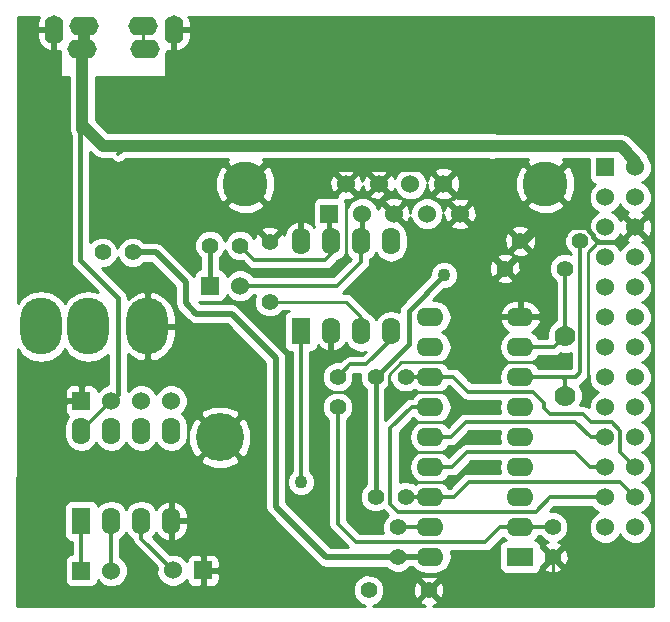
<source format=gbl>
G04 (created by PCBNEW (2013-04-19 BZR 4011)-stable) date 14/06/2013 21:14:28*
%MOIN*%
G04 Gerber Fmt 3.4, Leading zero omitted, Abs format*
%FSLAX34Y34*%
G01*
G70*
G90*
G04 APERTURE LIST*
%ADD10C,0.006*%
%ADD11C,0.15*%
%ADD12R,0.06X0.06*%
%ADD13C,0.06*%
%ADD14C,0.16*%
%ADD15C,0.055*%
%ADD16C,0.07*%
%ADD17R,0.062X0.09*%
%ADD18O,0.062X0.09*%
%ADD19R,0.09X0.062*%
%ADD20O,0.09X0.062*%
%ADD21O,0.137795X0.189*%
%ADD22O,0.0629921X0.0984252*%
%ADD23O,0.0984252X0.0629921*%
%ADD24C,0.0433071*%
%ADD25C,0.01*%
%ADD26C,0.02*%
%ADD27C,0.015748*%
%ADD28C,0.011811*%
%ADD29C,0.0393701*%
G04 APERTURE END LIST*
G54D10*
G54D11*
X69905Y-36950D03*
X59905Y-36950D03*
G54D12*
X62705Y-37950D03*
G54D13*
X63805Y-37950D03*
X64855Y-37950D03*
X65955Y-37950D03*
X67055Y-37950D03*
X63255Y-36950D03*
X64355Y-36950D03*
X65405Y-36950D03*
X66505Y-36950D03*
G54D12*
X71900Y-36400D03*
G54D13*
X72900Y-36400D03*
X71900Y-37400D03*
X72900Y-37400D03*
X71900Y-38400D03*
X72900Y-38400D03*
X71900Y-39400D03*
X72900Y-39400D03*
X71900Y-40400D03*
X72900Y-40400D03*
X71900Y-41400D03*
X72900Y-41400D03*
X71900Y-42400D03*
X72900Y-42400D03*
X71900Y-43400D03*
X72900Y-43400D03*
X71900Y-44400D03*
X72900Y-44400D03*
X71900Y-45400D03*
X72900Y-45400D03*
X71900Y-46400D03*
X72900Y-46400D03*
X71900Y-47400D03*
X72900Y-47400D03*
X71900Y-48400D03*
X72900Y-48400D03*
G54D14*
X59055Y-45400D03*
G54D15*
X56140Y-39240D03*
X55140Y-39240D03*
X62980Y-43395D03*
X62980Y-44395D03*
X64985Y-49395D03*
X64985Y-48395D03*
X64245Y-47380D03*
X65245Y-47380D03*
X64240Y-43385D03*
X65240Y-43385D03*
X70145Y-48390D03*
X70145Y-49390D03*
X58725Y-39010D03*
X59725Y-39010D03*
G54D12*
X58490Y-49840D03*
G54D13*
X57490Y-49840D03*
G54D12*
X58725Y-40345D03*
G54D13*
X59725Y-40345D03*
G54D16*
X70550Y-44015D03*
X70550Y-42015D03*
G54D17*
X54430Y-48190D03*
G54D18*
X55430Y-48190D03*
X56430Y-48190D03*
X57430Y-48190D03*
X57430Y-45190D03*
X56430Y-45190D03*
X55430Y-45190D03*
X54430Y-45190D03*
G54D17*
X61755Y-41865D03*
G54D18*
X62755Y-41865D03*
X63755Y-41865D03*
X64755Y-41865D03*
X64755Y-38865D03*
X63755Y-38865D03*
X62755Y-38865D03*
X61755Y-38865D03*
G54D19*
X69065Y-49390D03*
G54D20*
X69065Y-48390D03*
X69065Y-47390D03*
X69065Y-46390D03*
X69065Y-45390D03*
X69065Y-44390D03*
X69065Y-43390D03*
X69065Y-42390D03*
X69065Y-41390D03*
X66065Y-41390D03*
X66065Y-42390D03*
X66065Y-43390D03*
X66065Y-44390D03*
X66065Y-45390D03*
X66065Y-46390D03*
X66065Y-47390D03*
X66065Y-48390D03*
X66065Y-49390D03*
G54D15*
X66010Y-50500D03*
X64010Y-50500D03*
X60710Y-40880D03*
X60710Y-38880D03*
X68550Y-39775D03*
X70550Y-39775D03*
X69060Y-38860D03*
X71060Y-38860D03*
G54D12*
X54430Y-49845D03*
G54D13*
X55430Y-49845D03*
G54D21*
X53093Y-41700D03*
X56637Y-41700D03*
X54668Y-41700D03*
G54D22*
X57511Y-31823D03*
X53518Y-31815D03*
G54D23*
X56558Y-32457D03*
X54463Y-32472D03*
X56499Y-31677D03*
X54530Y-31677D03*
G54D12*
X54430Y-44191D03*
G54D13*
X55430Y-44191D03*
X56430Y-44191D03*
X57430Y-44191D03*
G54D24*
X66530Y-39990D03*
X68140Y-35680D03*
X61755Y-46885D03*
G54D25*
X56499Y-31677D02*
X56499Y-32398D01*
X56499Y-32398D02*
X56558Y-32457D01*
G54D26*
X56140Y-39240D02*
X56910Y-39240D01*
X56910Y-39240D02*
X57910Y-40240D01*
X57910Y-40240D02*
X57910Y-40930D01*
X57910Y-40930D02*
X58270Y-41290D01*
X58270Y-41290D02*
X59440Y-41290D01*
X59440Y-41290D02*
X60921Y-42771D01*
X60921Y-42771D02*
X60921Y-47719D01*
X60921Y-47719D02*
X62597Y-49395D01*
X62597Y-49395D02*
X64985Y-49395D01*
G54D27*
X65340Y-42285D02*
X64240Y-43385D01*
X65340Y-41180D02*
X65340Y-42285D01*
X66530Y-39990D02*
X65340Y-41180D01*
G54D25*
X64240Y-43385D02*
X64240Y-43350D01*
G54D27*
X64240Y-43385D02*
X64240Y-47375D01*
G54D28*
X64240Y-47375D02*
X64245Y-47380D01*
G54D26*
X66065Y-49390D02*
X64990Y-49390D01*
G54D28*
X64990Y-49390D02*
X64985Y-49395D01*
G54D27*
X55430Y-44191D02*
X55652Y-43969D01*
X55652Y-43969D02*
X55652Y-40744D01*
X55652Y-40744D02*
X54405Y-39497D01*
X54405Y-39497D02*
X54405Y-35173D01*
X54405Y-35173D02*
X54524Y-35054D01*
X54524Y-35054D02*
X54585Y-35115D01*
G54D28*
X54405Y-35173D02*
X54405Y-39497D01*
X54431Y-45190D02*
X55652Y-43969D01*
X55652Y-43969D02*
X55652Y-40744D01*
X55652Y-40744D02*
X54405Y-39497D01*
X54431Y-45190D02*
X54430Y-45190D01*
X54405Y-35173D02*
X54463Y-35115D01*
X54463Y-35115D02*
X54463Y-32472D01*
X54405Y-35173D02*
X54463Y-35115D01*
X54585Y-35115D02*
X54463Y-34993D01*
X54585Y-35115D02*
X54463Y-35115D01*
X55665Y-35955D02*
X55940Y-35680D01*
G54D29*
X68140Y-35680D02*
X55940Y-35680D01*
X55940Y-35680D02*
X55150Y-35680D01*
X54463Y-34993D02*
X54463Y-35115D01*
X54463Y-35115D02*
X54463Y-32472D01*
X55150Y-35680D02*
X54463Y-34993D01*
X54530Y-32539D02*
X54530Y-31677D01*
G54D25*
X63755Y-41865D02*
X63755Y-41385D01*
X63250Y-40880D02*
X60710Y-40880D01*
X63755Y-41385D02*
X63250Y-40880D01*
X68140Y-35680D02*
X68140Y-35690D01*
G54D29*
X72415Y-35690D02*
X68140Y-35690D01*
X72900Y-36175D02*
X72415Y-35690D01*
X72900Y-36400D02*
X72900Y-36175D01*
G54D25*
X59905Y-36950D02*
X59905Y-36955D01*
X59905Y-36955D02*
X61270Y-38320D01*
X69060Y-38860D02*
X69180Y-38860D01*
X69130Y-37725D02*
X69905Y-36950D01*
X69130Y-37810D02*
X69130Y-37725D01*
X69400Y-38080D02*
X69130Y-37810D01*
X69400Y-38640D02*
X69400Y-38080D01*
X69180Y-38860D02*
X69400Y-38640D01*
X59055Y-45400D02*
X59055Y-45421D01*
G54D28*
X57430Y-48190D02*
X57430Y-47485D01*
G54D25*
X59055Y-45421D02*
X57430Y-47047D01*
X57430Y-47047D02*
X57430Y-47485D01*
G54D28*
X59080Y-45375D02*
X59055Y-45400D01*
G54D25*
X65597Y-50008D02*
X70042Y-50008D01*
X70145Y-49905D02*
X70145Y-49390D01*
X70042Y-50008D02*
X70145Y-49905D01*
X61445Y-49840D02*
X64218Y-49840D01*
G54D28*
X58490Y-49840D02*
X61445Y-49840D01*
G54D25*
X65597Y-50087D02*
X66010Y-50500D01*
X65597Y-50008D02*
X65597Y-50087D01*
X65366Y-50239D02*
X65597Y-50008D01*
X64617Y-50239D02*
X65366Y-50239D01*
X64218Y-49840D02*
X64617Y-50239D01*
X62755Y-41865D02*
X62755Y-42535D01*
X63770Y-48398D02*
X64130Y-48398D01*
X63338Y-47966D02*
X63770Y-48398D01*
X63338Y-47062D02*
X63338Y-47966D01*
X63615Y-46785D02*
X63338Y-47062D01*
X63615Y-44202D02*
X63615Y-46785D01*
X63315Y-43902D02*
X63615Y-44202D01*
X62502Y-43902D02*
X63315Y-43902D01*
X62320Y-43720D02*
X62502Y-43902D01*
X62320Y-42970D02*
X62320Y-43720D01*
X62755Y-42535D02*
X62320Y-42970D01*
X57430Y-48190D02*
X57430Y-47440D01*
X54390Y-46605D02*
X53900Y-46115D01*
X56595Y-46605D02*
X54390Y-46605D01*
X57430Y-47440D02*
X56595Y-46605D01*
X71597Y-38822D02*
X71597Y-38962D01*
X71335Y-44075D02*
X71230Y-44180D01*
X71335Y-39225D02*
X71335Y-44075D01*
X71597Y-38962D02*
X71335Y-39225D01*
X69065Y-41390D02*
X68155Y-41390D01*
X70265Y-42890D02*
X70285Y-42870D01*
X68245Y-42890D02*
X70265Y-42890D01*
X67845Y-42490D02*
X68245Y-42890D01*
X67845Y-41700D02*
X67845Y-42490D01*
X68155Y-41390D02*
X67845Y-41700D01*
X65140Y-45640D02*
X65140Y-46635D01*
X67325Y-46400D02*
X67915Y-46400D01*
X66845Y-46880D02*
X67325Y-46400D01*
X65385Y-46880D02*
X66845Y-46880D01*
X65140Y-46635D02*
X65385Y-46880D01*
X69065Y-41390D02*
X68150Y-41390D01*
X67260Y-45400D02*
X67975Y-45400D01*
X66765Y-45895D02*
X67260Y-45400D01*
X65395Y-45895D02*
X66765Y-45895D01*
X65140Y-45640D02*
X65395Y-45895D01*
X65140Y-45220D02*
X65140Y-45640D01*
X65460Y-44900D02*
X65140Y-45220D01*
X66715Y-44900D02*
X65460Y-44900D01*
X67045Y-44570D02*
X66715Y-44900D01*
X67045Y-44245D02*
X67045Y-44570D01*
X66695Y-43895D02*
X67045Y-44245D01*
X64895Y-43895D02*
X66695Y-43895D01*
X64675Y-43675D02*
X64895Y-43895D01*
X64675Y-43310D02*
X64675Y-43675D01*
X65095Y-42890D02*
X64675Y-43310D01*
X66735Y-42890D02*
X65095Y-42890D01*
X67220Y-42405D02*
X66735Y-42890D01*
X67220Y-42320D02*
X67220Y-42405D01*
X68150Y-41390D02*
X67220Y-42320D01*
X63255Y-36950D02*
X63255Y-36990D01*
X62810Y-39910D02*
X62560Y-39910D01*
X63260Y-39460D02*
X62810Y-39910D01*
X63260Y-37745D02*
X63260Y-39460D01*
X63350Y-37655D02*
X63260Y-37745D01*
X63350Y-37575D02*
X63350Y-37655D01*
X63595Y-37330D02*
X63350Y-37575D01*
X63255Y-36990D02*
X63595Y-37330D01*
X58970Y-41700D02*
X56637Y-41700D01*
X59080Y-41810D02*
X58970Y-41700D01*
G54D27*
X72900Y-38400D02*
X72885Y-38400D01*
X72885Y-38400D02*
X72385Y-38900D01*
X72385Y-38900D02*
X71675Y-38900D01*
X71675Y-38900D02*
X71597Y-38822D01*
X71597Y-38822D02*
X71495Y-38720D01*
X71495Y-38720D02*
X71495Y-38670D01*
X71495Y-38670D02*
X71465Y-38640D01*
X71465Y-38640D02*
X71465Y-38610D01*
X71465Y-38610D02*
X71245Y-38390D01*
X71245Y-38390D02*
X69720Y-38390D01*
X69720Y-38390D02*
X69250Y-38860D01*
X69250Y-38860D02*
X69060Y-38860D01*
G54D28*
X58490Y-49840D02*
X58490Y-49300D01*
X57430Y-48875D02*
X57430Y-48190D01*
X57540Y-48985D02*
X57430Y-48875D01*
X58175Y-48985D02*
X57540Y-48985D01*
X58490Y-49300D02*
X58175Y-48985D01*
X60710Y-38880D02*
X61270Y-38320D01*
X61270Y-38320D02*
X61630Y-37960D01*
X61630Y-37960D02*
X61670Y-37960D01*
X61670Y-37960D02*
X61755Y-37875D01*
X63725Y-36480D02*
X62385Y-36480D01*
X61755Y-37110D02*
X61755Y-37875D01*
X61755Y-37875D02*
X61755Y-38865D01*
X62385Y-36480D02*
X61755Y-37110D01*
X64855Y-37950D02*
X64410Y-37505D01*
X64610Y-37205D02*
X64355Y-36950D01*
X64610Y-37315D02*
X64610Y-37205D01*
X64420Y-37505D02*
X64610Y-37315D01*
X64410Y-37505D02*
X64420Y-37505D01*
X64355Y-36950D02*
X64755Y-36550D01*
X64755Y-36550D02*
X64755Y-36480D01*
X64755Y-36480D02*
X64755Y-36485D01*
X64755Y-36485D02*
X64755Y-36480D01*
X66505Y-36950D02*
X66500Y-36950D01*
X63725Y-36480D02*
X63255Y-36950D01*
X66030Y-36480D02*
X64755Y-36480D01*
X64755Y-36480D02*
X63725Y-36480D01*
X66500Y-36950D02*
X66030Y-36480D01*
X67575Y-37430D02*
X66985Y-37430D01*
X66985Y-37430D02*
X66505Y-36950D01*
X67055Y-37950D02*
X67575Y-37430D01*
X67630Y-37430D02*
X69060Y-38860D01*
X67575Y-37430D02*
X67630Y-37430D01*
X69060Y-38860D02*
X69410Y-39210D01*
X69410Y-39580D02*
X68885Y-40105D01*
X69410Y-39210D02*
X69410Y-39580D01*
X68550Y-39775D02*
X68555Y-39775D01*
X68555Y-39775D02*
X68885Y-40105D01*
X69065Y-40285D02*
X69065Y-41390D01*
X68885Y-40105D02*
X69065Y-40285D01*
X69065Y-38865D02*
X69060Y-38860D01*
X65240Y-43385D02*
X66060Y-43385D01*
X66060Y-43385D02*
X66065Y-43390D01*
X66065Y-43390D02*
X66825Y-43390D01*
X72395Y-45895D02*
X72900Y-46400D01*
X72395Y-45185D02*
X72395Y-45895D01*
X72115Y-44905D02*
X72395Y-45185D01*
X71430Y-44905D02*
X72115Y-44905D01*
X71165Y-44640D02*
X71430Y-44905D01*
X70065Y-44640D02*
X71165Y-44640D01*
X69865Y-44440D02*
X70065Y-44640D01*
X69865Y-44250D02*
X69865Y-44440D01*
X69495Y-43880D02*
X69865Y-44250D01*
X67315Y-43880D02*
X69495Y-43880D01*
X66825Y-43390D02*
X67315Y-43880D01*
X66065Y-48390D02*
X64990Y-48390D01*
X64990Y-48390D02*
X64985Y-48395D01*
X56430Y-48190D02*
X56430Y-48780D01*
X56430Y-48780D02*
X57490Y-49840D01*
X55430Y-48190D02*
X55430Y-49845D01*
X54430Y-48190D02*
X54430Y-49845D01*
X64755Y-41865D02*
X64755Y-42145D01*
X63405Y-42970D02*
X62980Y-43395D01*
X63930Y-42970D02*
X63405Y-42970D01*
X64755Y-42145D02*
X63930Y-42970D01*
X70550Y-42015D02*
X70550Y-39775D01*
X69065Y-42390D02*
X70175Y-42390D01*
X70175Y-42390D02*
X70550Y-42015D01*
X70550Y-44015D02*
X70550Y-43470D01*
X70550Y-43470D02*
X70470Y-43390D01*
X69065Y-43390D02*
X70470Y-43390D01*
X70470Y-43390D02*
X70910Y-43390D01*
X71060Y-43240D02*
X71060Y-38860D01*
X70910Y-43390D02*
X71060Y-43240D01*
X59725Y-40345D02*
X62965Y-40345D01*
X63755Y-39555D02*
X63755Y-38865D01*
X62965Y-40345D02*
X63755Y-39555D01*
G54D27*
X63805Y-37950D02*
X63805Y-38815D01*
G54D28*
X63805Y-38815D02*
X63755Y-38865D01*
X59725Y-39010D02*
X59725Y-39015D01*
X62755Y-39305D02*
X62755Y-38865D01*
X62565Y-39495D02*
X62755Y-39305D01*
X60205Y-39495D02*
X62565Y-39495D01*
X59725Y-39015D02*
X60205Y-39495D01*
G54D27*
X62705Y-37950D02*
X62705Y-38815D01*
G54D28*
X62705Y-38815D02*
X62755Y-38865D01*
X62980Y-44395D02*
X62980Y-48275D01*
X67905Y-48890D02*
X68405Y-48390D01*
X68405Y-48390D02*
X69065Y-48390D01*
X63595Y-48890D02*
X67905Y-48890D01*
X62980Y-48275D02*
X63595Y-48890D01*
X70145Y-48390D02*
X69065Y-48390D01*
G54D27*
X58725Y-39010D02*
X58725Y-40345D01*
G54D28*
X61755Y-46885D02*
X61755Y-41865D01*
X66065Y-47390D02*
X65255Y-47390D01*
X65255Y-47390D02*
X65245Y-47380D01*
X66065Y-47390D02*
X66850Y-47390D01*
X72390Y-46890D02*
X72900Y-47400D01*
X67350Y-46890D02*
X72390Y-46890D01*
X66850Y-47390D02*
X67350Y-46890D01*
X66065Y-46390D02*
X66790Y-46390D01*
X71405Y-46400D02*
X71900Y-46400D01*
X70900Y-45895D02*
X71405Y-46400D01*
X67285Y-45895D02*
X70900Y-45895D01*
X66790Y-46390D02*
X67285Y-45895D01*
X66065Y-45390D02*
X66740Y-45390D01*
X71410Y-45400D02*
X71900Y-45400D01*
X70900Y-44890D02*
X71410Y-45400D01*
X67240Y-44890D02*
X70900Y-44890D01*
X66740Y-45390D02*
X67240Y-44890D01*
X66065Y-44390D02*
X65445Y-44390D01*
X70070Y-47400D02*
X71900Y-47400D01*
X69575Y-47895D02*
X70070Y-47400D01*
X65000Y-47895D02*
X69575Y-47895D01*
X64735Y-47630D02*
X65000Y-47895D01*
X64735Y-45100D02*
X64735Y-47630D01*
X65445Y-44390D02*
X64735Y-45100D01*
G54D10*
G36*
X54988Y-40545D02*
X54668Y-40481D01*
X54309Y-40553D01*
X54004Y-40756D01*
X53881Y-40941D01*
X53757Y-40756D01*
X53468Y-40563D01*
X53468Y-32492D01*
X53468Y-31865D01*
X52953Y-31865D01*
X52953Y-32042D01*
X53016Y-32254D01*
X53154Y-32427D01*
X53348Y-32533D01*
X53381Y-32540D01*
X53468Y-32492D01*
X53468Y-40563D01*
X53453Y-40553D01*
X53093Y-40481D01*
X52734Y-40553D01*
X52429Y-40756D01*
X52307Y-40939D01*
X52309Y-31375D01*
X53016Y-31375D01*
X53016Y-31375D01*
X52953Y-31588D01*
X52953Y-31765D01*
X53468Y-31765D01*
X53468Y-31757D01*
X53568Y-31757D01*
X53568Y-31765D01*
X53576Y-31765D01*
X53576Y-31865D01*
X53568Y-31865D01*
X53568Y-32492D01*
X53656Y-32540D01*
X53688Y-32533D01*
X53716Y-32518D01*
X53725Y-32562D01*
X53725Y-33375D01*
X54016Y-33375D01*
X54016Y-34993D01*
X54016Y-35115D01*
X54050Y-35286D01*
X54076Y-35323D01*
X54076Y-39497D01*
X54101Y-39622D01*
X54172Y-39729D01*
X54988Y-40545D01*
X54988Y-40545D01*
G37*
G54D25*
X54988Y-40545D02*
X54668Y-40481D01*
X54309Y-40553D01*
X54004Y-40756D01*
X53881Y-40941D01*
X53757Y-40756D01*
X53468Y-40563D01*
X53468Y-32492D01*
X53468Y-31865D01*
X52953Y-31865D01*
X52953Y-32042D01*
X53016Y-32254D01*
X53154Y-32427D01*
X53348Y-32533D01*
X53381Y-32540D01*
X53468Y-32492D01*
X53468Y-40563D01*
X53453Y-40553D01*
X53093Y-40481D01*
X52734Y-40553D01*
X52429Y-40756D01*
X52307Y-40939D01*
X52309Y-31375D01*
X53016Y-31375D01*
X53016Y-31375D01*
X52953Y-31588D01*
X52953Y-31765D01*
X53468Y-31765D01*
X53468Y-31757D01*
X53568Y-31757D01*
X53568Y-31765D01*
X53576Y-31765D01*
X53576Y-31865D01*
X53568Y-31865D01*
X53568Y-32492D01*
X53656Y-32540D01*
X53688Y-32533D01*
X53716Y-32518D01*
X53725Y-32562D01*
X53725Y-33375D01*
X54016Y-33375D01*
X54016Y-34993D01*
X54016Y-35115D01*
X54050Y-35286D01*
X54076Y-35323D01*
X54076Y-39497D01*
X54101Y-39622D01*
X54172Y-39729D01*
X54988Y-40545D01*
G54D10*
G36*
X63418Y-39454D02*
X62836Y-40035D01*
X60192Y-40035D01*
X60191Y-40033D01*
X60036Y-39879D01*
X59834Y-39795D01*
X59616Y-39794D01*
X59413Y-39878D01*
X59275Y-40017D01*
X59275Y-39995D01*
X59237Y-39903D01*
X59166Y-39833D01*
X59074Y-39795D01*
X59053Y-39795D01*
X59053Y-39423D01*
X59169Y-39307D01*
X59225Y-39174D01*
X59279Y-39307D01*
X59427Y-39454D01*
X59620Y-39534D01*
X59808Y-39535D01*
X59986Y-39713D01*
X60086Y-39780D01*
X60086Y-39780D01*
X60205Y-39804D01*
X62565Y-39804D01*
X62683Y-39780D01*
X62683Y-39780D01*
X62783Y-39713D01*
X62958Y-39538D01*
X62969Y-39536D01*
X63150Y-39414D01*
X63255Y-39259D01*
X63359Y-39414D01*
X63418Y-39454D01*
X63418Y-39454D01*
G37*
G54D25*
X63418Y-39454D02*
X62836Y-40035D01*
X60192Y-40035D01*
X60191Y-40033D01*
X60036Y-39879D01*
X59834Y-39795D01*
X59616Y-39794D01*
X59413Y-39878D01*
X59275Y-40017D01*
X59275Y-39995D01*
X59237Y-39903D01*
X59166Y-39833D01*
X59074Y-39795D01*
X59053Y-39795D01*
X59053Y-39423D01*
X59169Y-39307D01*
X59225Y-39174D01*
X59279Y-39307D01*
X59427Y-39454D01*
X59620Y-39534D01*
X59808Y-39535D01*
X59986Y-39713D01*
X60086Y-39780D01*
X60086Y-39780D01*
X60205Y-39804D01*
X62565Y-39804D01*
X62683Y-39780D01*
X62683Y-39780D01*
X62783Y-39713D01*
X62958Y-39538D01*
X62969Y-39536D01*
X63150Y-39414D01*
X63255Y-39259D01*
X63359Y-39414D01*
X63418Y-39454D01*
G54D10*
G36*
X63916Y-42546D02*
X63801Y-42660D01*
X63405Y-42660D01*
X63286Y-42684D01*
X63186Y-42751D01*
X63186Y-42751D01*
X63067Y-42870D01*
X62876Y-42869D01*
X62683Y-42949D01*
X62535Y-43097D01*
X62455Y-43290D01*
X62454Y-43498D01*
X62534Y-43692D01*
X62682Y-43839D01*
X62815Y-43895D01*
X62683Y-43949D01*
X62535Y-44097D01*
X62455Y-44290D01*
X62454Y-44498D01*
X62534Y-44692D01*
X62670Y-44828D01*
X62670Y-48275D01*
X62694Y-48393D01*
X62761Y-48493D01*
X63312Y-49045D01*
X62741Y-49045D01*
X61271Y-47574D01*
X61271Y-42771D01*
X61270Y-42770D01*
X61271Y-42770D01*
X61244Y-42637D01*
X61168Y-42523D01*
X61168Y-42523D01*
X59687Y-41042D01*
X59573Y-40966D01*
X59440Y-40940D01*
X58414Y-40940D01*
X58366Y-40891D01*
X58375Y-40894D01*
X58474Y-40895D01*
X59074Y-40895D01*
X59166Y-40857D01*
X59236Y-40786D01*
X59274Y-40694D01*
X59274Y-40672D01*
X59413Y-40810D01*
X59615Y-40894D01*
X59833Y-40895D01*
X60036Y-40811D01*
X60190Y-40656D01*
X60192Y-40654D01*
X60235Y-40654D01*
X60185Y-40775D01*
X60184Y-40983D01*
X60264Y-41177D01*
X60412Y-41324D01*
X60605Y-41404D01*
X60813Y-41405D01*
X61007Y-41325D01*
X61152Y-41180D01*
X61359Y-41180D01*
X61303Y-41202D01*
X61233Y-41273D01*
X61195Y-41365D01*
X61194Y-41464D01*
X61194Y-42364D01*
X61232Y-42456D01*
X61303Y-42526D01*
X61395Y-42564D01*
X61445Y-42565D01*
X61445Y-46534D01*
X61359Y-46620D01*
X61288Y-46791D01*
X61288Y-46977D01*
X61359Y-47148D01*
X61490Y-47280D01*
X61661Y-47351D01*
X61847Y-47351D01*
X62018Y-47280D01*
X62150Y-47149D01*
X62221Y-46978D01*
X62221Y-46792D01*
X62150Y-46621D01*
X62064Y-46534D01*
X62064Y-42565D01*
X62114Y-42565D01*
X62206Y-42527D01*
X62276Y-42456D01*
X62314Y-42364D01*
X62314Y-42337D01*
X62394Y-42436D01*
X62586Y-42541D01*
X62618Y-42548D01*
X62705Y-42499D01*
X62705Y-41915D01*
X62697Y-41915D01*
X62697Y-41815D01*
X62705Y-41815D01*
X62705Y-41807D01*
X62805Y-41807D01*
X62805Y-41815D01*
X62812Y-41815D01*
X62812Y-41915D01*
X62805Y-41915D01*
X62805Y-42499D01*
X62891Y-42548D01*
X62923Y-42541D01*
X63115Y-42436D01*
X63253Y-42265D01*
X63255Y-42259D01*
X63359Y-42414D01*
X63540Y-42536D01*
X63755Y-42578D01*
X63916Y-42546D01*
X63916Y-42546D01*
G37*
G54D25*
X63916Y-42546D02*
X63801Y-42660D01*
X63405Y-42660D01*
X63286Y-42684D01*
X63186Y-42751D01*
X63186Y-42751D01*
X63067Y-42870D01*
X62876Y-42869D01*
X62683Y-42949D01*
X62535Y-43097D01*
X62455Y-43290D01*
X62454Y-43498D01*
X62534Y-43692D01*
X62682Y-43839D01*
X62815Y-43895D01*
X62683Y-43949D01*
X62535Y-44097D01*
X62455Y-44290D01*
X62454Y-44498D01*
X62534Y-44692D01*
X62670Y-44828D01*
X62670Y-48275D01*
X62694Y-48393D01*
X62761Y-48493D01*
X63312Y-49045D01*
X62741Y-49045D01*
X61271Y-47574D01*
X61271Y-42771D01*
X61270Y-42770D01*
X61271Y-42770D01*
X61244Y-42637D01*
X61168Y-42523D01*
X61168Y-42523D01*
X59687Y-41042D01*
X59573Y-40966D01*
X59440Y-40940D01*
X58414Y-40940D01*
X58366Y-40891D01*
X58375Y-40894D01*
X58474Y-40895D01*
X59074Y-40895D01*
X59166Y-40857D01*
X59236Y-40786D01*
X59274Y-40694D01*
X59274Y-40672D01*
X59413Y-40810D01*
X59615Y-40894D01*
X59833Y-40895D01*
X60036Y-40811D01*
X60190Y-40656D01*
X60192Y-40654D01*
X60235Y-40654D01*
X60185Y-40775D01*
X60184Y-40983D01*
X60264Y-41177D01*
X60412Y-41324D01*
X60605Y-41404D01*
X60813Y-41405D01*
X61007Y-41325D01*
X61152Y-41180D01*
X61359Y-41180D01*
X61303Y-41202D01*
X61233Y-41273D01*
X61195Y-41365D01*
X61194Y-41464D01*
X61194Y-42364D01*
X61232Y-42456D01*
X61303Y-42526D01*
X61395Y-42564D01*
X61445Y-42565D01*
X61445Y-46534D01*
X61359Y-46620D01*
X61288Y-46791D01*
X61288Y-46977D01*
X61359Y-47148D01*
X61490Y-47280D01*
X61661Y-47351D01*
X61847Y-47351D01*
X62018Y-47280D01*
X62150Y-47149D01*
X62221Y-46978D01*
X62221Y-46792D01*
X62150Y-46621D01*
X62064Y-46534D01*
X62064Y-42565D01*
X62114Y-42565D01*
X62206Y-42527D01*
X62276Y-42456D01*
X62314Y-42364D01*
X62314Y-42337D01*
X62394Y-42436D01*
X62586Y-42541D01*
X62618Y-42548D01*
X62705Y-42499D01*
X62705Y-41915D01*
X62697Y-41915D01*
X62697Y-41815D01*
X62705Y-41815D01*
X62705Y-41807D01*
X62805Y-41807D01*
X62805Y-41815D01*
X62812Y-41815D01*
X62812Y-41915D01*
X62805Y-41915D01*
X62805Y-42499D01*
X62891Y-42548D01*
X62923Y-42541D01*
X63115Y-42436D01*
X63253Y-42265D01*
X63255Y-42259D01*
X63359Y-42414D01*
X63540Y-42536D01*
X63755Y-42578D01*
X63916Y-42546D01*
G54D10*
G36*
X64652Y-47984D02*
X64540Y-48097D01*
X64460Y-48290D01*
X64459Y-48498D01*
X64493Y-48580D01*
X63723Y-48580D01*
X63289Y-48146D01*
X63289Y-44828D01*
X63424Y-44692D01*
X63504Y-44499D01*
X63505Y-44291D01*
X63425Y-44098D01*
X63277Y-43950D01*
X63144Y-43894D01*
X63277Y-43840D01*
X63424Y-43692D01*
X63504Y-43499D01*
X63505Y-43306D01*
X63533Y-43279D01*
X63715Y-43279D01*
X63715Y-43280D01*
X63714Y-43488D01*
X63794Y-43682D01*
X63911Y-43798D01*
X63911Y-46971D01*
X63800Y-47082D01*
X63720Y-47275D01*
X63719Y-47483D01*
X63799Y-47677D01*
X63947Y-47824D01*
X64140Y-47904D01*
X64348Y-47905D01*
X64509Y-47838D01*
X64516Y-47848D01*
X64652Y-47984D01*
X64652Y-47984D01*
G37*
G54D25*
X64652Y-47984D02*
X64540Y-48097D01*
X64460Y-48290D01*
X64459Y-48498D01*
X64493Y-48580D01*
X63723Y-48580D01*
X63289Y-48146D01*
X63289Y-44828D01*
X63424Y-44692D01*
X63504Y-44499D01*
X63505Y-44291D01*
X63425Y-44098D01*
X63277Y-43950D01*
X63144Y-43894D01*
X63277Y-43840D01*
X63424Y-43692D01*
X63504Y-43499D01*
X63505Y-43306D01*
X63533Y-43279D01*
X63715Y-43279D01*
X63715Y-43280D01*
X63714Y-43488D01*
X63794Y-43682D01*
X63911Y-43798D01*
X63911Y-46971D01*
X63800Y-47082D01*
X63720Y-47275D01*
X63719Y-47483D01*
X63799Y-47677D01*
X63947Y-47824D01*
X64140Y-47904D01*
X64348Y-47905D01*
X64509Y-47838D01*
X64516Y-47848D01*
X64652Y-47984D01*
G54D10*
G36*
X65670Y-43890D02*
X65515Y-43994D01*
X65457Y-44080D01*
X65445Y-44080D01*
X65444Y-44080D01*
X65421Y-44085D01*
X65326Y-44104D01*
X65226Y-44171D01*
X65226Y-44171D01*
X64568Y-44829D01*
X64568Y-43798D01*
X64684Y-43682D01*
X64740Y-43549D01*
X64794Y-43682D01*
X64942Y-43829D01*
X65135Y-43909D01*
X65343Y-43910D01*
X65537Y-43830D01*
X65554Y-43812D01*
X65670Y-43890D01*
X65670Y-43890D01*
G37*
G54D25*
X65670Y-43890D02*
X65515Y-43994D01*
X65457Y-44080D01*
X65445Y-44080D01*
X65444Y-44080D01*
X65421Y-44085D01*
X65326Y-44104D01*
X65226Y-44171D01*
X65226Y-44171D01*
X64568Y-44829D01*
X64568Y-43798D01*
X64684Y-43682D01*
X64740Y-43549D01*
X64794Y-43682D01*
X64942Y-43829D01*
X65135Y-43909D01*
X65343Y-43910D01*
X65537Y-43830D01*
X65554Y-43812D01*
X65670Y-43890D01*
G54D10*
G36*
X65670Y-46890D02*
X65567Y-46959D01*
X65542Y-46935D01*
X65349Y-46855D01*
X65141Y-46854D01*
X65044Y-46894D01*
X65044Y-45228D01*
X65503Y-44768D01*
X65515Y-44785D01*
X65670Y-44890D01*
X65515Y-44994D01*
X65393Y-45175D01*
X65351Y-45390D01*
X65393Y-45604D01*
X65515Y-45785D01*
X65670Y-45890D01*
X65515Y-45994D01*
X65393Y-46175D01*
X65351Y-46390D01*
X65393Y-46604D01*
X65515Y-46785D01*
X65670Y-46890D01*
X65670Y-46890D01*
G37*
G54D25*
X65670Y-46890D02*
X65567Y-46959D01*
X65542Y-46935D01*
X65349Y-46855D01*
X65141Y-46854D01*
X65044Y-46894D01*
X65044Y-45228D01*
X65503Y-44768D01*
X65515Y-44785D01*
X65670Y-44890D01*
X65515Y-44994D01*
X65393Y-45175D01*
X65351Y-45390D01*
X65393Y-45604D01*
X65515Y-45785D01*
X65670Y-45890D01*
X65515Y-45994D01*
X65393Y-46175D01*
X65351Y-46390D01*
X65393Y-46604D01*
X65515Y-46785D01*
X65670Y-46890D01*
G54D10*
G36*
X68389Y-46580D02*
X67350Y-46580D01*
X67231Y-46604D01*
X67131Y-46671D01*
X66721Y-47080D01*
X66672Y-47080D01*
X66614Y-46994D01*
X66459Y-46890D01*
X66614Y-46785D01*
X66672Y-46699D01*
X66790Y-46699D01*
X66908Y-46675D01*
X66908Y-46675D01*
X67008Y-46608D01*
X67413Y-46204D01*
X68388Y-46204D01*
X68351Y-46390D01*
X68389Y-46580D01*
X68389Y-46580D01*
G37*
G54D25*
X68389Y-46580D02*
X67350Y-46580D01*
X67231Y-46604D01*
X67131Y-46671D01*
X66721Y-47080D01*
X66672Y-47080D01*
X66614Y-46994D01*
X66459Y-46890D01*
X66614Y-46785D01*
X66672Y-46699D01*
X66790Y-46699D01*
X66908Y-46675D01*
X66908Y-46675D01*
X67008Y-46608D01*
X67413Y-46204D01*
X68388Y-46204D01*
X68351Y-46390D01*
X68389Y-46580D01*
G54D10*
G36*
X68390Y-45585D02*
X67285Y-45585D01*
X67284Y-45585D01*
X67261Y-45590D01*
X67166Y-45609D01*
X67066Y-45676D01*
X67066Y-45676D01*
X66668Y-46074D01*
X66614Y-45994D01*
X66459Y-45890D01*
X66614Y-45785D01*
X66672Y-45699D01*
X66740Y-45699D01*
X66858Y-45675D01*
X66858Y-45675D01*
X66958Y-45608D01*
X67368Y-45199D01*
X68389Y-45199D01*
X68351Y-45390D01*
X68390Y-45585D01*
X68390Y-45585D01*
G37*
G54D25*
X68390Y-45585D02*
X67285Y-45585D01*
X67284Y-45585D01*
X67261Y-45590D01*
X67166Y-45609D01*
X67066Y-45676D01*
X67066Y-45676D01*
X66668Y-46074D01*
X66614Y-45994D01*
X66459Y-45890D01*
X66614Y-45785D01*
X66672Y-45699D01*
X66740Y-45699D01*
X66858Y-45675D01*
X66858Y-45675D01*
X66958Y-45608D01*
X67368Y-45199D01*
X68389Y-45199D01*
X68351Y-45390D01*
X68390Y-45585D01*
G54D10*
G36*
X68391Y-44189D02*
X68351Y-44390D01*
X68389Y-44580D01*
X67240Y-44580D01*
X67121Y-44604D01*
X67021Y-44671D01*
X66648Y-45044D01*
X66614Y-44994D01*
X66459Y-44890D01*
X66614Y-44785D01*
X66736Y-44604D01*
X66778Y-44390D01*
X66736Y-44175D01*
X66614Y-43994D01*
X66459Y-43890D01*
X66614Y-43785D01*
X66672Y-43699D01*
X66696Y-43699D01*
X67096Y-44098D01*
X67196Y-44165D01*
X67196Y-44165D01*
X67315Y-44189D01*
X68391Y-44189D01*
X68391Y-44189D01*
G37*
G54D25*
X68391Y-44189D02*
X68351Y-44390D01*
X68389Y-44580D01*
X67240Y-44580D01*
X67121Y-44604D01*
X67021Y-44671D01*
X66648Y-45044D01*
X66614Y-44994D01*
X66459Y-44890D01*
X66614Y-44785D01*
X66736Y-44604D01*
X66778Y-44390D01*
X66736Y-44175D01*
X66614Y-43994D01*
X66459Y-43890D01*
X66614Y-43785D01*
X66672Y-43699D01*
X66696Y-43699D01*
X67096Y-44098D01*
X67196Y-44165D01*
X67196Y-44165D01*
X67315Y-44189D01*
X68391Y-44189D01*
G54D10*
G36*
X70750Y-43080D02*
X70470Y-43080D01*
X69672Y-43080D01*
X69614Y-42994D01*
X69459Y-42890D01*
X69614Y-42785D01*
X69672Y-42699D01*
X70175Y-42699D01*
X70293Y-42675D01*
X70293Y-42675D01*
X70393Y-42608D01*
X70399Y-42602D01*
X70430Y-42614D01*
X70668Y-42615D01*
X70750Y-42581D01*
X70750Y-43080D01*
X70750Y-43080D01*
G37*
G54D25*
X70750Y-43080D02*
X70470Y-43080D01*
X69672Y-43080D01*
X69614Y-42994D01*
X69459Y-42890D01*
X69614Y-42785D01*
X69672Y-42699D01*
X70175Y-42699D01*
X70293Y-42675D01*
X70293Y-42675D01*
X70393Y-42608D01*
X70399Y-42602D01*
X70430Y-42614D01*
X70668Y-42615D01*
X70750Y-42581D01*
X70750Y-43080D01*
G54D10*
G36*
X71669Y-37899D02*
X71588Y-37933D01*
X71434Y-38088D01*
X71350Y-38290D01*
X71349Y-38411D01*
X71164Y-38335D01*
X70956Y-38334D01*
X70906Y-38355D01*
X70906Y-37139D01*
X70903Y-36741D01*
X70758Y-36391D01*
X70616Y-36309D01*
X69975Y-36950D01*
X70616Y-37590D01*
X70758Y-37508D01*
X70906Y-37139D01*
X70906Y-38355D01*
X70763Y-38414D01*
X70615Y-38562D01*
X70545Y-38730D01*
X70545Y-37661D01*
X69905Y-37020D01*
X69834Y-37091D01*
X69834Y-36950D01*
X69193Y-36309D01*
X69051Y-36391D01*
X68903Y-36760D01*
X68906Y-37158D01*
X69051Y-37508D01*
X69193Y-37590D01*
X69834Y-36950D01*
X69834Y-37091D01*
X69264Y-37661D01*
X69346Y-37803D01*
X69715Y-37951D01*
X70113Y-37948D01*
X70463Y-37803D01*
X70545Y-37661D01*
X70545Y-38730D01*
X70535Y-38755D01*
X70534Y-38963D01*
X70614Y-39157D01*
X70744Y-39287D01*
X70654Y-39250D01*
X70446Y-39249D01*
X70253Y-39329D01*
X70105Y-39477D01*
X70025Y-39670D01*
X70024Y-39878D01*
X70104Y-40072D01*
X70240Y-40208D01*
X70240Y-41493D01*
X70210Y-41506D01*
X70041Y-41674D01*
X69950Y-41895D01*
X69949Y-42080D01*
X69672Y-42080D01*
X69614Y-41994D01*
X69459Y-41890D01*
X69465Y-41888D01*
X69636Y-41750D01*
X69741Y-41558D01*
X69748Y-41526D01*
X69748Y-41253D01*
X69741Y-41221D01*
X69636Y-41029D01*
X69589Y-40991D01*
X69589Y-38935D01*
X69578Y-38727D01*
X69520Y-38587D01*
X69427Y-38562D01*
X69357Y-38633D01*
X69357Y-38492D01*
X69332Y-38399D01*
X69135Y-38330D01*
X68927Y-38341D01*
X68787Y-38399D01*
X68762Y-38492D01*
X69060Y-38789D01*
X69357Y-38492D01*
X69357Y-38633D01*
X69130Y-38860D01*
X69427Y-39157D01*
X69520Y-39132D01*
X69589Y-38935D01*
X69589Y-40991D01*
X69465Y-40891D01*
X69357Y-40859D01*
X69357Y-39227D01*
X69060Y-38930D01*
X68989Y-39001D01*
X68989Y-38860D01*
X68692Y-38562D01*
X68599Y-38587D01*
X68530Y-38784D01*
X68541Y-38992D01*
X68599Y-39132D01*
X68692Y-39157D01*
X68989Y-38860D01*
X68989Y-39001D01*
X68762Y-39227D01*
X68781Y-39300D01*
X68625Y-39245D01*
X68417Y-39256D01*
X68277Y-39314D01*
X68252Y-39407D01*
X68550Y-39704D01*
X68847Y-39407D01*
X68828Y-39334D01*
X68984Y-39389D01*
X69192Y-39378D01*
X69332Y-39320D01*
X69357Y-39227D01*
X69357Y-40859D01*
X69255Y-40830D01*
X69115Y-40830D01*
X69115Y-41340D01*
X69699Y-41340D01*
X69748Y-41253D01*
X69748Y-41526D01*
X69699Y-41440D01*
X69115Y-41440D01*
X69115Y-41447D01*
X69079Y-41447D01*
X69079Y-39850D01*
X69068Y-39642D01*
X69010Y-39502D01*
X68917Y-39477D01*
X68620Y-39775D01*
X68917Y-40072D01*
X69010Y-40047D01*
X69079Y-39850D01*
X69079Y-41447D01*
X69015Y-41447D01*
X69015Y-41440D01*
X69015Y-41340D01*
X69015Y-40830D01*
X68875Y-40830D01*
X68847Y-40838D01*
X68847Y-40142D01*
X68550Y-39845D01*
X68479Y-39916D01*
X68479Y-39775D01*
X68182Y-39477D01*
X68089Y-39502D01*
X68020Y-39699D01*
X68031Y-39907D01*
X68089Y-40047D01*
X68182Y-40072D01*
X68479Y-39775D01*
X68479Y-39916D01*
X68252Y-40142D01*
X68277Y-40235D01*
X68474Y-40304D01*
X68682Y-40293D01*
X68822Y-40235D01*
X68847Y-40142D01*
X68847Y-40838D01*
X68664Y-40891D01*
X68493Y-41029D01*
X68388Y-41221D01*
X68381Y-41253D01*
X68430Y-41340D01*
X69015Y-41340D01*
X69015Y-41440D01*
X68430Y-41440D01*
X68381Y-41526D01*
X68388Y-41558D01*
X68493Y-41750D01*
X68664Y-41888D01*
X68670Y-41890D01*
X68515Y-41994D01*
X68393Y-42175D01*
X68351Y-42390D01*
X68393Y-42604D01*
X68515Y-42785D01*
X68670Y-42890D01*
X68515Y-42994D01*
X68393Y-43175D01*
X68351Y-43390D01*
X68387Y-43570D01*
X67609Y-43570D01*
X67609Y-38031D01*
X67598Y-37813D01*
X67536Y-37662D01*
X67440Y-37634D01*
X67370Y-37705D01*
X67370Y-37564D01*
X67342Y-37468D01*
X67136Y-37395D01*
X67059Y-37399D01*
X67059Y-37031D01*
X67048Y-36813D01*
X66986Y-36662D01*
X66890Y-36634D01*
X66820Y-36705D01*
X66820Y-36564D01*
X66792Y-36468D01*
X66586Y-36395D01*
X66368Y-36406D01*
X66217Y-36468D01*
X66189Y-36564D01*
X66505Y-36879D01*
X66820Y-36564D01*
X66820Y-36705D01*
X66575Y-36950D01*
X66890Y-37265D01*
X66986Y-37237D01*
X67059Y-37031D01*
X67059Y-37399D01*
X66918Y-37406D01*
X66820Y-37446D01*
X66820Y-37335D01*
X66505Y-37020D01*
X66434Y-37091D01*
X66434Y-36950D01*
X66119Y-36634D01*
X66023Y-36662D01*
X65955Y-36854D01*
X65955Y-36841D01*
X65871Y-36638D01*
X65716Y-36484D01*
X65514Y-36400D01*
X65296Y-36399D01*
X65093Y-36483D01*
X64939Y-36638D01*
X64882Y-36773D01*
X64836Y-36662D01*
X64740Y-36634D01*
X64670Y-36705D01*
X64670Y-36564D01*
X64642Y-36468D01*
X64436Y-36395D01*
X64218Y-36406D01*
X64067Y-36468D01*
X64039Y-36564D01*
X64355Y-36879D01*
X64670Y-36564D01*
X64670Y-36705D01*
X64425Y-36950D01*
X64740Y-37265D01*
X64836Y-37237D01*
X64879Y-37117D01*
X64938Y-37261D01*
X65093Y-37415D01*
X65295Y-37499D01*
X65513Y-37500D01*
X65716Y-37416D01*
X65870Y-37261D01*
X65954Y-37059D01*
X65954Y-36963D01*
X65961Y-37086D01*
X66023Y-37237D01*
X66119Y-37265D01*
X66434Y-36950D01*
X66434Y-37091D01*
X66189Y-37335D01*
X66217Y-37431D01*
X66423Y-37504D01*
X66641Y-37493D01*
X66792Y-37431D01*
X66820Y-37335D01*
X66820Y-37446D01*
X66767Y-37468D01*
X66739Y-37564D01*
X67055Y-37879D01*
X67370Y-37564D01*
X67370Y-37705D01*
X67125Y-37950D01*
X67440Y-38265D01*
X67536Y-38237D01*
X67609Y-38031D01*
X67609Y-43570D01*
X67443Y-43570D01*
X67370Y-43498D01*
X67370Y-38335D01*
X67055Y-38020D01*
X66984Y-38091D01*
X66984Y-37950D01*
X66669Y-37634D01*
X66573Y-37662D01*
X66505Y-37854D01*
X66505Y-37841D01*
X66421Y-37638D01*
X66266Y-37484D01*
X66064Y-37400D01*
X65846Y-37399D01*
X65643Y-37483D01*
X65489Y-37638D01*
X65405Y-37840D01*
X65405Y-37936D01*
X65398Y-37813D01*
X65336Y-37662D01*
X65240Y-37634D01*
X65170Y-37705D01*
X65170Y-37564D01*
X65142Y-37468D01*
X64936Y-37395D01*
X64718Y-37406D01*
X64670Y-37426D01*
X64670Y-37335D01*
X64355Y-37020D01*
X64284Y-37091D01*
X64284Y-36950D01*
X63969Y-36634D01*
X63873Y-36662D01*
X63801Y-36864D01*
X63798Y-36813D01*
X63736Y-36662D01*
X63640Y-36634D01*
X63570Y-36705D01*
X63570Y-36564D01*
X63542Y-36468D01*
X63336Y-36395D01*
X63118Y-36406D01*
X62967Y-36468D01*
X62939Y-36564D01*
X63255Y-36879D01*
X63570Y-36564D01*
X63570Y-36705D01*
X63325Y-36950D01*
X63640Y-37265D01*
X63736Y-37237D01*
X63808Y-37035D01*
X63811Y-37086D01*
X63873Y-37237D01*
X63969Y-37265D01*
X64284Y-36950D01*
X64284Y-37091D01*
X64039Y-37335D01*
X64067Y-37431D01*
X64273Y-37504D01*
X64491Y-37493D01*
X64642Y-37431D01*
X64670Y-37335D01*
X64670Y-37426D01*
X64567Y-37468D01*
X64539Y-37564D01*
X64855Y-37879D01*
X65170Y-37564D01*
X65170Y-37705D01*
X64925Y-37950D01*
X65240Y-38265D01*
X65336Y-38237D01*
X65404Y-38045D01*
X65404Y-38058D01*
X65488Y-38261D01*
X65643Y-38415D01*
X65845Y-38499D01*
X66063Y-38500D01*
X66266Y-38416D01*
X66420Y-38261D01*
X66504Y-38059D01*
X66504Y-37963D01*
X66511Y-38086D01*
X66573Y-38237D01*
X66669Y-38265D01*
X66984Y-37950D01*
X66984Y-38091D01*
X66739Y-38335D01*
X66767Y-38431D01*
X66973Y-38504D01*
X67191Y-38493D01*
X67342Y-38431D01*
X67370Y-38335D01*
X67370Y-43498D01*
X67043Y-43171D01*
X66943Y-43104D01*
X66825Y-43080D01*
X66672Y-43080D01*
X66614Y-42994D01*
X66459Y-42890D01*
X66614Y-42785D01*
X66736Y-42604D01*
X66778Y-42390D01*
X66736Y-42175D01*
X66614Y-41994D01*
X66459Y-41890D01*
X66614Y-41785D01*
X66736Y-41604D01*
X66778Y-41390D01*
X66736Y-41175D01*
X66614Y-40994D01*
X66433Y-40872D01*
X66218Y-40830D01*
X66154Y-40830D01*
X66528Y-40456D01*
X66622Y-40456D01*
X66793Y-40385D01*
X66925Y-40254D01*
X66996Y-40083D01*
X66996Y-39897D01*
X66925Y-39726D01*
X66794Y-39594D01*
X66623Y-39523D01*
X66437Y-39523D01*
X66266Y-39594D01*
X66134Y-39725D01*
X66063Y-39896D01*
X66063Y-39991D01*
X65107Y-40947D01*
X65036Y-41054D01*
X65011Y-41180D01*
X65011Y-41221D01*
X64969Y-41193D01*
X64755Y-41151D01*
X64540Y-41193D01*
X64359Y-41315D01*
X64255Y-41470D01*
X64150Y-41315D01*
X63990Y-41208D01*
X63990Y-41208D01*
X63967Y-41172D01*
X63967Y-41172D01*
X63462Y-40667D01*
X63364Y-40602D01*
X63250Y-40580D01*
X63158Y-40580D01*
X63183Y-40563D01*
X63973Y-39773D01*
X63973Y-39773D01*
X63973Y-39773D01*
X64040Y-39673D01*
X64040Y-39673D01*
X64059Y-39578D01*
X64064Y-39555D01*
X64064Y-39555D01*
X64064Y-39555D01*
X64064Y-39472D01*
X64150Y-39414D01*
X64255Y-39259D01*
X64359Y-39414D01*
X64540Y-39536D01*
X64755Y-39578D01*
X64969Y-39536D01*
X65150Y-39414D01*
X65272Y-39233D01*
X65315Y-39018D01*
X65315Y-38711D01*
X65272Y-38496D01*
X65168Y-38341D01*
X65170Y-38335D01*
X65153Y-38319D01*
X65150Y-38315D01*
X65146Y-38312D01*
X64855Y-38020D01*
X64849Y-38026D01*
X64778Y-37955D01*
X64784Y-37950D01*
X64469Y-37634D01*
X64373Y-37662D01*
X64330Y-37782D01*
X64271Y-37638D01*
X64116Y-37484D01*
X63914Y-37400D01*
X63696Y-37399D01*
X63493Y-37483D01*
X63339Y-37638D01*
X63255Y-37840D01*
X63255Y-37900D01*
X63255Y-37600D01*
X63217Y-37508D01*
X63211Y-37502D01*
X63391Y-37493D01*
X63542Y-37431D01*
X63570Y-37335D01*
X63255Y-37020D01*
X63184Y-37091D01*
X63184Y-36950D01*
X62869Y-36634D01*
X62773Y-36662D01*
X62700Y-36868D01*
X62711Y-37086D01*
X62773Y-37237D01*
X62869Y-37265D01*
X63184Y-36950D01*
X63184Y-37091D01*
X62939Y-37335D01*
X62958Y-37399D01*
X62955Y-37399D01*
X62355Y-37399D01*
X62263Y-37437D01*
X62193Y-37508D01*
X62155Y-37600D01*
X62154Y-37699D01*
X62154Y-38299D01*
X62191Y-38387D01*
X62115Y-38293D01*
X61923Y-38188D01*
X61891Y-38181D01*
X61805Y-38230D01*
X61805Y-38815D01*
X61812Y-38815D01*
X61812Y-38915D01*
X61805Y-38915D01*
X61805Y-38922D01*
X61705Y-38922D01*
X61705Y-38915D01*
X61697Y-38915D01*
X61697Y-38815D01*
X61705Y-38815D01*
X61705Y-38230D01*
X61618Y-38181D01*
X61586Y-38188D01*
X61394Y-38293D01*
X61256Y-38464D01*
X61196Y-38669D01*
X61170Y-38607D01*
X61077Y-38582D01*
X61007Y-38653D01*
X61007Y-38512D01*
X60982Y-38419D01*
X60906Y-38392D01*
X60906Y-37139D01*
X60903Y-36741D01*
X60758Y-36391D01*
X60616Y-36309D01*
X59975Y-36950D01*
X60616Y-37590D01*
X60758Y-37508D01*
X60906Y-37139D01*
X60906Y-38392D01*
X60785Y-38350D01*
X60577Y-38361D01*
X60545Y-38374D01*
X60545Y-37661D01*
X59905Y-37020D01*
X59834Y-37091D01*
X59834Y-36950D01*
X59193Y-36309D01*
X59051Y-36391D01*
X58903Y-36760D01*
X58906Y-37158D01*
X59051Y-37508D01*
X59193Y-37590D01*
X59834Y-36950D01*
X59834Y-37091D01*
X59264Y-37661D01*
X59346Y-37803D01*
X59715Y-37951D01*
X60113Y-37948D01*
X60463Y-37803D01*
X60545Y-37661D01*
X60545Y-38374D01*
X60437Y-38419D01*
X60412Y-38512D01*
X60710Y-38809D01*
X61007Y-38512D01*
X61007Y-38653D01*
X60780Y-38880D01*
X60786Y-38885D01*
X60715Y-38956D01*
X60710Y-38950D01*
X60704Y-38956D01*
X60633Y-38885D01*
X60639Y-38880D01*
X60342Y-38582D01*
X60249Y-38607D01*
X60192Y-38767D01*
X60170Y-38713D01*
X60022Y-38565D01*
X59829Y-38485D01*
X59621Y-38484D01*
X59428Y-38564D01*
X59280Y-38712D01*
X59224Y-38845D01*
X59170Y-38713D01*
X59022Y-38565D01*
X58829Y-38485D01*
X58621Y-38484D01*
X58428Y-38564D01*
X58280Y-38712D01*
X58200Y-38905D01*
X58199Y-39113D01*
X58279Y-39307D01*
X58396Y-39423D01*
X58396Y-39794D01*
X58375Y-39794D01*
X58283Y-39832D01*
X58213Y-39903D01*
X58175Y-39995D01*
X58175Y-40018D01*
X58157Y-39992D01*
X57157Y-38992D01*
X57043Y-38916D01*
X56910Y-38890D01*
X56532Y-38890D01*
X56437Y-38795D01*
X56244Y-38715D01*
X56036Y-38714D01*
X55843Y-38794D01*
X55695Y-38942D01*
X55639Y-39075D01*
X55585Y-38943D01*
X55437Y-38795D01*
X55244Y-38715D01*
X55036Y-38714D01*
X54843Y-38794D01*
X54733Y-38903D01*
X54733Y-35895D01*
X54834Y-35995D01*
X54834Y-35995D01*
X54978Y-36092D01*
X55149Y-36126D01*
X55150Y-36126D01*
X55415Y-36126D01*
X55446Y-36173D01*
X55546Y-36240D01*
X55665Y-36264D01*
X55783Y-36240D01*
X55883Y-36173D01*
X55930Y-36126D01*
X55940Y-36126D01*
X59329Y-36126D01*
X59264Y-36238D01*
X59905Y-36879D01*
X60545Y-36238D01*
X60480Y-36126D01*
X67999Y-36126D01*
X68046Y-36146D01*
X68232Y-36146D01*
X68256Y-36136D01*
X69323Y-36136D01*
X69264Y-36238D01*
X69905Y-36879D01*
X70545Y-36238D01*
X70486Y-36136D01*
X71349Y-36136D01*
X71349Y-36149D01*
X71349Y-36749D01*
X71387Y-36841D01*
X71458Y-36911D01*
X71550Y-36949D01*
X71572Y-36949D01*
X71434Y-37088D01*
X71350Y-37290D01*
X71349Y-37508D01*
X71433Y-37711D01*
X71588Y-37865D01*
X71669Y-37899D01*
X71669Y-37899D01*
G37*
G54D25*
X71669Y-37899D02*
X71588Y-37933D01*
X71434Y-38088D01*
X71350Y-38290D01*
X71349Y-38411D01*
X71164Y-38335D01*
X70956Y-38334D01*
X70906Y-38355D01*
X70906Y-37139D01*
X70903Y-36741D01*
X70758Y-36391D01*
X70616Y-36309D01*
X69975Y-36950D01*
X70616Y-37590D01*
X70758Y-37508D01*
X70906Y-37139D01*
X70906Y-38355D01*
X70763Y-38414D01*
X70615Y-38562D01*
X70545Y-38730D01*
X70545Y-37661D01*
X69905Y-37020D01*
X69834Y-37091D01*
X69834Y-36950D01*
X69193Y-36309D01*
X69051Y-36391D01*
X68903Y-36760D01*
X68906Y-37158D01*
X69051Y-37508D01*
X69193Y-37590D01*
X69834Y-36950D01*
X69834Y-37091D01*
X69264Y-37661D01*
X69346Y-37803D01*
X69715Y-37951D01*
X70113Y-37948D01*
X70463Y-37803D01*
X70545Y-37661D01*
X70545Y-38730D01*
X70535Y-38755D01*
X70534Y-38963D01*
X70614Y-39157D01*
X70744Y-39287D01*
X70654Y-39250D01*
X70446Y-39249D01*
X70253Y-39329D01*
X70105Y-39477D01*
X70025Y-39670D01*
X70024Y-39878D01*
X70104Y-40072D01*
X70240Y-40208D01*
X70240Y-41493D01*
X70210Y-41506D01*
X70041Y-41674D01*
X69950Y-41895D01*
X69949Y-42080D01*
X69672Y-42080D01*
X69614Y-41994D01*
X69459Y-41890D01*
X69465Y-41888D01*
X69636Y-41750D01*
X69741Y-41558D01*
X69748Y-41526D01*
X69748Y-41253D01*
X69741Y-41221D01*
X69636Y-41029D01*
X69589Y-40991D01*
X69589Y-38935D01*
X69578Y-38727D01*
X69520Y-38587D01*
X69427Y-38562D01*
X69357Y-38633D01*
X69357Y-38492D01*
X69332Y-38399D01*
X69135Y-38330D01*
X68927Y-38341D01*
X68787Y-38399D01*
X68762Y-38492D01*
X69060Y-38789D01*
X69357Y-38492D01*
X69357Y-38633D01*
X69130Y-38860D01*
X69427Y-39157D01*
X69520Y-39132D01*
X69589Y-38935D01*
X69589Y-40991D01*
X69465Y-40891D01*
X69357Y-40859D01*
X69357Y-39227D01*
X69060Y-38930D01*
X68989Y-39001D01*
X68989Y-38860D01*
X68692Y-38562D01*
X68599Y-38587D01*
X68530Y-38784D01*
X68541Y-38992D01*
X68599Y-39132D01*
X68692Y-39157D01*
X68989Y-38860D01*
X68989Y-39001D01*
X68762Y-39227D01*
X68781Y-39300D01*
X68625Y-39245D01*
X68417Y-39256D01*
X68277Y-39314D01*
X68252Y-39407D01*
X68550Y-39704D01*
X68847Y-39407D01*
X68828Y-39334D01*
X68984Y-39389D01*
X69192Y-39378D01*
X69332Y-39320D01*
X69357Y-39227D01*
X69357Y-40859D01*
X69255Y-40830D01*
X69115Y-40830D01*
X69115Y-41340D01*
X69699Y-41340D01*
X69748Y-41253D01*
X69748Y-41526D01*
X69699Y-41440D01*
X69115Y-41440D01*
X69115Y-41447D01*
X69079Y-41447D01*
X69079Y-39850D01*
X69068Y-39642D01*
X69010Y-39502D01*
X68917Y-39477D01*
X68620Y-39775D01*
X68917Y-40072D01*
X69010Y-40047D01*
X69079Y-39850D01*
X69079Y-41447D01*
X69015Y-41447D01*
X69015Y-41440D01*
X69015Y-41340D01*
X69015Y-40830D01*
X68875Y-40830D01*
X68847Y-40838D01*
X68847Y-40142D01*
X68550Y-39845D01*
X68479Y-39916D01*
X68479Y-39775D01*
X68182Y-39477D01*
X68089Y-39502D01*
X68020Y-39699D01*
X68031Y-39907D01*
X68089Y-40047D01*
X68182Y-40072D01*
X68479Y-39775D01*
X68479Y-39916D01*
X68252Y-40142D01*
X68277Y-40235D01*
X68474Y-40304D01*
X68682Y-40293D01*
X68822Y-40235D01*
X68847Y-40142D01*
X68847Y-40838D01*
X68664Y-40891D01*
X68493Y-41029D01*
X68388Y-41221D01*
X68381Y-41253D01*
X68430Y-41340D01*
X69015Y-41340D01*
X69015Y-41440D01*
X68430Y-41440D01*
X68381Y-41526D01*
X68388Y-41558D01*
X68493Y-41750D01*
X68664Y-41888D01*
X68670Y-41890D01*
X68515Y-41994D01*
X68393Y-42175D01*
X68351Y-42390D01*
X68393Y-42604D01*
X68515Y-42785D01*
X68670Y-42890D01*
X68515Y-42994D01*
X68393Y-43175D01*
X68351Y-43390D01*
X68387Y-43570D01*
X67609Y-43570D01*
X67609Y-38031D01*
X67598Y-37813D01*
X67536Y-37662D01*
X67440Y-37634D01*
X67370Y-37705D01*
X67370Y-37564D01*
X67342Y-37468D01*
X67136Y-37395D01*
X67059Y-37399D01*
X67059Y-37031D01*
X67048Y-36813D01*
X66986Y-36662D01*
X66890Y-36634D01*
X66820Y-36705D01*
X66820Y-36564D01*
X66792Y-36468D01*
X66586Y-36395D01*
X66368Y-36406D01*
X66217Y-36468D01*
X66189Y-36564D01*
X66505Y-36879D01*
X66820Y-36564D01*
X66820Y-36705D01*
X66575Y-36950D01*
X66890Y-37265D01*
X66986Y-37237D01*
X67059Y-37031D01*
X67059Y-37399D01*
X66918Y-37406D01*
X66820Y-37446D01*
X66820Y-37335D01*
X66505Y-37020D01*
X66434Y-37091D01*
X66434Y-36950D01*
X66119Y-36634D01*
X66023Y-36662D01*
X65955Y-36854D01*
X65955Y-36841D01*
X65871Y-36638D01*
X65716Y-36484D01*
X65514Y-36400D01*
X65296Y-36399D01*
X65093Y-36483D01*
X64939Y-36638D01*
X64882Y-36773D01*
X64836Y-36662D01*
X64740Y-36634D01*
X64670Y-36705D01*
X64670Y-36564D01*
X64642Y-36468D01*
X64436Y-36395D01*
X64218Y-36406D01*
X64067Y-36468D01*
X64039Y-36564D01*
X64355Y-36879D01*
X64670Y-36564D01*
X64670Y-36705D01*
X64425Y-36950D01*
X64740Y-37265D01*
X64836Y-37237D01*
X64879Y-37117D01*
X64938Y-37261D01*
X65093Y-37415D01*
X65295Y-37499D01*
X65513Y-37500D01*
X65716Y-37416D01*
X65870Y-37261D01*
X65954Y-37059D01*
X65954Y-36963D01*
X65961Y-37086D01*
X66023Y-37237D01*
X66119Y-37265D01*
X66434Y-36950D01*
X66434Y-37091D01*
X66189Y-37335D01*
X66217Y-37431D01*
X66423Y-37504D01*
X66641Y-37493D01*
X66792Y-37431D01*
X66820Y-37335D01*
X66820Y-37446D01*
X66767Y-37468D01*
X66739Y-37564D01*
X67055Y-37879D01*
X67370Y-37564D01*
X67370Y-37705D01*
X67125Y-37950D01*
X67440Y-38265D01*
X67536Y-38237D01*
X67609Y-38031D01*
X67609Y-43570D01*
X67443Y-43570D01*
X67370Y-43498D01*
X67370Y-38335D01*
X67055Y-38020D01*
X66984Y-38091D01*
X66984Y-37950D01*
X66669Y-37634D01*
X66573Y-37662D01*
X66505Y-37854D01*
X66505Y-37841D01*
X66421Y-37638D01*
X66266Y-37484D01*
X66064Y-37400D01*
X65846Y-37399D01*
X65643Y-37483D01*
X65489Y-37638D01*
X65405Y-37840D01*
X65405Y-37936D01*
X65398Y-37813D01*
X65336Y-37662D01*
X65240Y-37634D01*
X65170Y-37705D01*
X65170Y-37564D01*
X65142Y-37468D01*
X64936Y-37395D01*
X64718Y-37406D01*
X64670Y-37426D01*
X64670Y-37335D01*
X64355Y-37020D01*
X64284Y-37091D01*
X64284Y-36950D01*
X63969Y-36634D01*
X63873Y-36662D01*
X63801Y-36864D01*
X63798Y-36813D01*
X63736Y-36662D01*
X63640Y-36634D01*
X63570Y-36705D01*
X63570Y-36564D01*
X63542Y-36468D01*
X63336Y-36395D01*
X63118Y-36406D01*
X62967Y-36468D01*
X62939Y-36564D01*
X63255Y-36879D01*
X63570Y-36564D01*
X63570Y-36705D01*
X63325Y-36950D01*
X63640Y-37265D01*
X63736Y-37237D01*
X63808Y-37035D01*
X63811Y-37086D01*
X63873Y-37237D01*
X63969Y-37265D01*
X64284Y-36950D01*
X64284Y-37091D01*
X64039Y-37335D01*
X64067Y-37431D01*
X64273Y-37504D01*
X64491Y-37493D01*
X64642Y-37431D01*
X64670Y-37335D01*
X64670Y-37426D01*
X64567Y-37468D01*
X64539Y-37564D01*
X64855Y-37879D01*
X65170Y-37564D01*
X65170Y-37705D01*
X64925Y-37950D01*
X65240Y-38265D01*
X65336Y-38237D01*
X65404Y-38045D01*
X65404Y-38058D01*
X65488Y-38261D01*
X65643Y-38415D01*
X65845Y-38499D01*
X66063Y-38500D01*
X66266Y-38416D01*
X66420Y-38261D01*
X66504Y-38059D01*
X66504Y-37963D01*
X66511Y-38086D01*
X66573Y-38237D01*
X66669Y-38265D01*
X66984Y-37950D01*
X66984Y-38091D01*
X66739Y-38335D01*
X66767Y-38431D01*
X66973Y-38504D01*
X67191Y-38493D01*
X67342Y-38431D01*
X67370Y-38335D01*
X67370Y-43498D01*
X67043Y-43171D01*
X66943Y-43104D01*
X66825Y-43080D01*
X66672Y-43080D01*
X66614Y-42994D01*
X66459Y-42890D01*
X66614Y-42785D01*
X66736Y-42604D01*
X66778Y-42390D01*
X66736Y-42175D01*
X66614Y-41994D01*
X66459Y-41890D01*
X66614Y-41785D01*
X66736Y-41604D01*
X66778Y-41390D01*
X66736Y-41175D01*
X66614Y-40994D01*
X66433Y-40872D01*
X66218Y-40830D01*
X66154Y-40830D01*
X66528Y-40456D01*
X66622Y-40456D01*
X66793Y-40385D01*
X66925Y-40254D01*
X66996Y-40083D01*
X66996Y-39897D01*
X66925Y-39726D01*
X66794Y-39594D01*
X66623Y-39523D01*
X66437Y-39523D01*
X66266Y-39594D01*
X66134Y-39725D01*
X66063Y-39896D01*
X66063Y-39991D01*
X65107Y-40947D01*
X65036Y-41054D01*
X65011Y-41180D01*
X65011Y-41221D01*
X64969Y-41193D01*
X64755Y-41151D01*
X64540Y-41193D01*
X64359Y-41315D01*
X64255Y-41470D01*
X64150Y-41315D01*
X63990Y-41208D01*
X63990Y-41208D01*
X63967Y-41172D01*
X63967Y-41172D01*
X63462Y-40667D01*
X63364Y-40602D01*
X63250Y-40580D01*
X63158Y-40580D01*
X63183Y-40563D01*
X63973Y-39773D01*
X63973Y-39773D01*
X63973Y-39773D01*
X64040Y-39673D01*
X64040Y-39673D01*
X64059Y-39578D01*
X64064Y-39555D01*
X64064Y-39555D01*
X64064Y-39555D01*
X64064Y-39472D01*
X64150Y-39414D01*
X64255Y-39259D01*
X64359Y-39414D01*
X64540Y-39536D01*
X64755Y-39578D01*
X64969Y-39536D01*
X65150Y-39414D01*
X65272Y-39233D01*
X65315Y-39018D01*
X65315Y-38711D01*
X65272Y-38496D01*
X65168Y-38341D01*
X65170Y-38335D01*
X65153Y-38319D01*
X65150Y-38315D01*
X65146Y-38312D01*
X64855Y-38020D01*
X64849Y-38026D01*
X64778Y-37955D01*
X64784Y-37950D01*
X64469Y-37634D01*
X64373Y-37662D01*
X64330Y-37782D01*
X64271Y-37638D01*
X64116Y-37484D01*
X63914Y-37400D01*
X63696Y-37399D01*
X63493Y-37483D01*
X63339Y-37638D01*
X63255Y-37840D01*
X63255Y-37900D01*
X63255Y-37600D01*
X63217Y-37508D01*
X63211Y-37502D01*
X63391Y-37493D01*
X63542Y-37431D01*
X63570Y-37335D01*
X63255Y-37020D01*
X63184Y-37091D01*
X63184Y-36950D01*
X62869Y-36634D01*
X62773Y-36662D01*
X62700Y-36868D01*
X62711Y-37086D01*
X62773Y-37237D01*
X62869Y-37265D01*
X63184Y-36950D01*
X63184Y-37091D01*
X62939Y-37335D01*
X62958Y-37399D01*
X62955Y-37399D01*
X62355Y-37399D01*
X62263Y-37437D01*
X62193Y-37508D01*
X62155Y-37600D01*
X62154Y-37699D01*
X62154Y-38299D01*
X62191Y-38387D01*
X62115Y-38293D01*
X61923Y-38188D01*
X61891Y-38181D01*
X61805Y-38230D01*
X61805Y-38815D01*
X61812Y-38815D01*
X61812Y-38915D01*
X61805Y-38915D01*
X61805Y-38922D01*
X61705Y-38922D01*
X61705Y-38915D01*
X61697Y-38915D01*
X61697Y-38815D01*
X61705Y-38815D01*
X61705Y-38230D01*
X61618Y-38181D01*
X61586Y-38188D01*
X61394Y-38293D01*
X61256Y-38464D01*
X61196Y-38669D01*
X61170Y-38607D01*
X61077Y-38582D01*
X61007Y-38653D01*
X61007Y-38512D01*
X60982Y-38419D01*
X60906Y-38392D01*
X60906Y-37139D01*
X60903Y-36741D01*
X60758Y-36391D01*
X60616Y-36309D01*
X59975Y-36950D01*
X60616Y-37590D01*
X60758Y-37508D01*
X60906Y-37139D01*
X60906Y-38392D01*
X60785Y-38350D01*
X60577Y-38361D01*
X60545Y-38374D01*
X60545Y-37661D01*
X59905Y-37020D01*
X59834Y-37091D01*
X59834Y-36950D01*
X59193Y-36309D01*
X59051Y-36391D01*
X58903Y-36760D01*
X58906Y-37158D01*
X59051Y-37508D01*
X59193Y-37590D01*
X59834Y-36950D01*
X59834Y-37091D01*
X59264Y-37661D01*
X59346Y-37803D01*
X59715Y-37951D01*
X60113Y-37948D01*
X60463Y-37803D01*
X60545Y-37661D01*
X60545Y-38374D01*
X60437Y-38419D01*
X60412Y-38512D01*
X60710Y-38809D01*
X61007Y-38512D01*
X61007Y-38653D01*
X60780Y-38880D01*
X60786Y-38885D01*
X60715Y-38956D01*
X60710Y-38950D01*
X60704Y-38956D01*
X60633Y-38885D01*
X60639Y-38880D01*
X60342Y-38582D01*
X60249Y-38607D01*
X60192Y-38767D01*
X60170Y-38713D01*
X60022Y-38565D01*
X59829Y-38485D01*
X59621Y-38484D01*
X59428Y-38564D01*
X59280Y-38712D01*
X59224Y-38845D01*
X59170Y-38713D01*
X59022Y-38565D01*
X58829Y-38485D01*
X58621Y-38484D01*
X58428Y-38564D01*
X58280Y-38712D01*
X58200Y-38905D01*
X58199Y-39113D01*
X58279Y-39307D01*
X58396Y-39423D01*
X58396Y-39794D01*
X58375Y-39794D01*
X58283Y-39832D01*
X58213Y-39903D01*
X58175Y-39995D01*
X58175Y-40018D01*
X58157Y-39992D01*
X57157Y-38992D01*
X57043Y-38916D01*
X56910Y-38890D01*
X56532Y-38890D01*
X56437Y-38795D01*
X56244Y-38715D01*
X56036Y-38714D01*
X55843Y-38794D01*
X55695Y-38942D01*
X55639Y-39075D01*
X55585Y-38943D01*
X55437Y-38795D01*
X55244Y-38715D01*
X55036Y-38714D01*
X54843Y-38794D01*
X54733Y-38903D01*
X54733Y-35895D01*
X54834Y-35995D01*
X54834Y-35995D01*
X54978Y-36092D01*
X55149Y-36126D01*
X55150Y-36126D01*
X55415Y-36126D01*
X55446Y-36173D01*
X55546Y-36240D01*
X55665Y-36264D01*
X55783Y-36240D01*
X55883Y-36173D01*
X55930Y-36126D01*
X55940Y-36126D01*
X59329Y-36126D01*
X59264Y-36238D01*
X59905Y-36879D01*
X60545Y-36238D01*
X60480Y-36126D01*
X67999Y-36126D01*
X68046Y-36146D01*
X68232Y-36146D01*
X68256Y-36136D01*
X69323Y-36136D01*
X69264Y-36238D01*
X69905Y-36879D01*
X70545Y-36238D01*
X70486Y-36136D01*
X71349Y-36136D01*
X71349Y-36149D01*
X71349Y-36749D01*
X71387Y-36841D01*
X71458Y-36911D01*
X71550Y-36949D01*
X71572Y-36949D01*
X71434Y-37088D01*
X71350Y-37290D01*
X71349Y-37508D01*
X71433Y-37711D01*
X71588Y-37865D01*
X71669Y-37899D01*
G54D10*
G36*
X71669Y-43899D02*
X71588Y-43933D01*
X71434Y-44088D01*
X71350Y-44290D01*
X71350Y-44399D01*
X71283Y-44354D01*
X71165Y-44330D01*
X71068Y-44330D01*
X71149Y-44134D01*
X71150Y-43896D01*
X71058Y-43675D01*
X71046Y-43663D01*
X71128Y-43608D01*
X71278Y-43458D01*
X71345Y-43358D01*
X71345Y-43358D01*
X71350Y-43335D01*
X71349Y-43508D01*
X71433Y-43711D01*
X71588Y-43865D01*
X71669Y-43899D01*
X71669Y-43899D01*
G37*
G54D25*
X71669Y-43899D02*
X71588Y-43933D01*
X71434Y-44088D01*
X71350Y-44290D01*
X71350Y-44399D01*
X71283Y-44354D01*
X71165Y-44330D01*
X71068Y-44330D01*
X71149Y-44134D01*
X71150Y-43896D01*
X71058Y-43675D01*
X71046Y-43663D01*
X71128Y-43608D01*
X71278Y-43458D01*
X71345Y-43358D01*
X71345Y-43358D01*
X71350Y-43335D01*
X71349Y-43508D01*
X71433Y-43711D01*
X71588Y-43865D01*
X71669Y-43899D01*
G54D10*
G36*
X73479Y-31375D02*
X73475Y-51010D01*
X73454Y-51010D01*
X73454Y-38481D01*
X73443Y-38263D01*
X73381Y-38112D01*
X73285Y-38084D01*
X72970Y-38400D01*
X73285Y-38715D01*
X73381Y-38687D01*
X73454Y-38481D01*
X73454Y-51010D01*
X70674Y-51010D01*
X70674Y-49465D01*
X70663Y-49257D01*
X70605Y-49117D01*
X70512Y-49092D01*
X70215Y-49390D01*
X70512Y-49687D01*
X70605Y-49662D01*
X70674Y-49465D01*
X70674Y-51010D01*
X70442Y-51010D01*
X70442Y-49757D01*
X70145Y-49460D01*
X69847Y-49757D01*
X69872Y-49850D01*
X70069Y-49919D01*
X70277Y-49908D01*
X70417Y-49850D01*
X70442Y-49757D01*
X70442Y-51010D01*
X66539Y-51011D01*
X66539Y-50575D01*
X66528Y-50367D01*
X66470Y-50227D01*
X66377Y-50202D01*
X66307Y-50273D01*
X66307Y-50132D01*
X66282Y-50039D01*
X66085Y-49970D01*
X65877Y-49981D01*
X65737Y-50039D01*
X65712Y-50132D01*
X66010Y-50429D01*
X66307Y-50132D01*
X66307Y-50273D01*
X66080Y-50500D01*
X66377Y-50797D01*
X66470Y-50772D01*
X66539Y-50575D01*
X66539Y-51011D01*
X66159Y-51011D01*
X66282Y-50960D01*
X66307Y-50867D01*
X66010Y-50570D01*
X65939Y-50641D01*
X65939Y-50500D01*
X65642Y-50202D01*
X65549Y-50227D01*
X65480Y-50424D01*
X65491Y-50632D01*
X65549Y-50772D01*
X65642Y-50797D01*
X65939Y-50500D01*
X65939Y-50641D01*
X65712Y-50867D01*
X65737Y-50960D01*
X65882Y-51011D01*
X64145Y-51012D01*
X64307Y-50945D01*
X64454Y-50797D01*
X64534Y-50604D01*
X64535Y-50396D01*
X64455Y-50203D01*
X64307Y-50055D01*
X64114Y-49975D01*
X63906Y-49974D01*
X63713Y-50054D01*
X63565Y-50202D01*
X63485Y-50395D01*
X63484Y-50603D01*
X63564Y-50797D01*
X63712Y-50944D01*
X63874Y-51012D01*
X60106Y-51013D01*
X60106Y-45601D01*
X60103Y-45183D01*
X59949Y-44811D01*
X59802Y-44723D01*
X59731Y-44794D01*
X59731Y-44652D01*
X59643Y-44505D01*
X59256Y-44348D01*
X58838Y-44351D01*
X58466Y-44505D01*
X58378Y-44652D01*
X59055Y-45329D01*
X59731Y-44652D01*
X59731Y-44794D01*
X59125Y-45400D01*
X59802Y-46076D01*
X59949Y-45988D01*
X60106Y-45601D01*
X60106Y-51013D01*
X59731Y-51013D01*
X59731Y-46147D01*
X59055Y-45470D01*
X58984Y-45541D01*
X58984Y-45400D01*
X58307Y-44723D01*
X58160Y-44811D01*
X58003Y-45198D01*
X58006Y-45616D01*
X58160Y-45988D01*
X58307Y-46076D01*
X58984Y-45400D01*
X58984Y-45541D01*
X58378Y-46147D01*
X58466Y-46294D01*
X58854Y-46451D01*
X59271Y-46448D01*
X59643Y-46294D01*
X59731Y-46147D01*
X59731Y-51013D01*
X59040Y-51013D01*
X59040Y-50090D01*
X59040Y-49589D01*
X59039Y-49490D01*
X59001Y-49398D01*
X58931Y-49327D01*
X58839Y-49289D01*
X58602Y-49290D01*
X58540Y-49352D01*
X58540Y-49790D01*
X58977Y-49790D01*
X59040Y-49727D01*
X59040Y-49589D01*
X59040Y-50090D01*
X59040Y-49952D01*
X58977Y-49890D01*
X58540Y-49890D01*
X58540Y-50327D01*
X58602Y-50390D01*
X58839Y-50390D01*
X58931Y-50352D01*
X59001Y-50281D01*
X59039Y-50189D01*
X59040Y-50090D01*
X59040Y-51013D01*
X58440Y-51013D01*
X58440Y-50327D01*
X58440Y-49890D01*
X58432Y-49890D01*
X58432Y-49790D01*
X58440Y-49790D01*
X58440Y-49352D01*
X58377Y-49290D01*
X58140Y-49289D01*
X58048Y-49327D01*
X57990Y-49386D01*
X57990Y-48380D01*
X57990Y-48240D01*
X57990Y-48140D01*
X57990Y-48000D01*
X57928Y-47789D01*
X57790Y-47618D01*
X57598Y-47513D01*
X57566Y-47506D01*
X57480Y-47555D01*
X57480Y-48140D01*
X57990Y-48140D01*
X57990Y-48240D01*
X57480Y-48240D01*
X57480Y-48824D01*
X57566Y-48873D01*
X57598Y-48866D01*
X57790Y-48761D01*
X57928Y-48590D01*
X57990Y-48380D01*
X57990Y-49386D01*
X57978Y-49398D01*
X57940Y-49490D01*
X57940Y-49512D01*
X57801Y-49374D01*
X57599Y-49290D01*
X57381Y-49289D01*
X57378Y-49291D01*
X56826Y-48739D01*
X56929Y-48584D01*
X56931Y-48590D01*
X57069Y-48761D01*
X57261Y-48866D01*
X57293Y-48873D01*
X57380Y-48824D01*
X57380Y-48240D01*
X57372Y-48240D01*
X57372Y-48140D01*
X57380Y-48140D01*
X57380Y-47555D01*
X57293Y-47506D01*
X57261Y-47513D01*
X57069Y-47618D01*
X56931Y-47789D01*
X56929Y-47795D01*
X56825Y-47640D01*
X56644Y-47518D01*
X56430Y-47476D01*
X56215Y-47518D01*
X56034Y-47640D01*
X55930Y-47795D01*
X55825Y-47640D01*
X55644Y-47518D01*
X55430Y-47476D01*
X55215Y-47518D01*
X55034Y-47640D01*
X54990Y-47706D01*
X54990Y-47690D01*
X54952Y-47598D01*
X54881Y-47528D01*
X54789Y-47490D01*
X54690Y-47489D01*
X54070Y-47489D01*
X53978Y-47527D01*
X53908Y-47598D01*
X53870Y-47690D01*
X53869Y-47789D01*
X53869Y-48689D01*
X53907Y-48781D01*
X53978Y-48851D01*
X54070Y-48889D01*
X54120Y-48890D01*
X54120Y-49294D01*
X54080Y-49294D01*
X53988Y-49332D01*
X53918Y-49403D01*
X53880Y-49495D01*
X53879Y-49594D01*
X53879Y-50194D01*
X53917Y-50286D01*
X53988Y-50356D01*
X54080Y-50394D01*
X54179Y-50395D01*
X54779Y-50395D01*
X54871Y-50357D01*
X54941Y-50286D01*
X54979Y-50194D01*
X54979Y-50172D01*
X55118Y-50310D01*
X55320Y-50394D01*
X55538Y-50395D01*
X55741Y-50311D01*
X55895Y-50156D01*
X55979Y-49954D01*
X55980Y-49736D01*
X55896Y-49533D01*
X55741Y-49379D01*
X55739Y-49377D01*
X55739Y-48797D01*
X55825Y-48739D01*
X55930Y-48584D01*
X56034Y-48739D01*
X56125Y-48800D01*
X56144Y-48898D01*
X56211Y-48998D01*
X56940Y-49728D01*
X56940Y-49730D01*
X56939Y-49948D01*
X57023Y-50151D01*
X57178Y-50305D01*
X57380Y-50389D01*
X57598Y-50390D01*
X57801Y-50306D01*
X57940Y-50167D01*
X57940Y-50189D01*
X57978Y-50281D01*
X58048Y-50352D01*
X58140Y-50390D01*
X58377Y-50390D01*
X58440Y-50327D01*
X58440Y-51013D01*
X52305Y-51014D01*
X52307Y-42459D01*
X52429Y-42643D01*
X52734Y-42846D01*
X53093Y-42918D01*
X53453Y-42846D01*
X53757Y-42643D01*
X53881Y-42458D01*
X54004Y-42643D01*
X54309Y-42846D01*
X54668Y-42918D01*
X55027Y-42846D01*
X55323Y-42649D01*
X55323Y-43640D01*
X55321Y-43640D01*
X55118Y-43724D01*
X54979Y-43863D01*
X54979Y-43841D01*
X54941Y-43749D01*
X54871Y-43678D01*
X54779Y-43640D01*
X54542Y-43641D01*
X54480Y-43703D01*
X54480Y-44141D01*
X54487Y-44141D01*
X54487Y-44241D01*
X54480Y-44241D01*
X54480Y-44248D01*
X54380Y-44248D01*
X54380Y-44241D01*
X54380Y-44141D01*
X54380Y-43703D01*
X54317Y-43641D01*
X54080Y-43640D01*
X53988Y-43678D01*
X53918Y-43749D01*
X53880Y-43841D01*
X53879Y-43940D01*
X53880Y-44078D01*
X53942Y-44141D01*
X54380Y-44141D01*
X54380Y-44241D01*
X53942Y-44241D01*
X53880Y-44303D01*
X53879Y-44441D01*
X53880Y-44540D01*
X53918Y-44632D01*
X53988Y-44703D01*
X53991Y-44704D01*
X53912Y-44821D01*
X53870Y-45036D01*
X53870Y-45343D01*
X53912Y-45558D01*
X54034Y-45739D01*
X54215Y-45861D01*
X54430Y-45903D01*
X54644Y-45861D01*
X54825Y-45739D01*
X54930Y-45584D01*
X55034Y-45739D01*
X55215Y-45861D01*
X55430Y-45903D01*
X55644Y-45861D01*
X55825Y-45739D01*
X55930Y-45584D01*
X56034Y-45739D01*
X56215Y-45861D01*
X56430Y-45903D01*
X56644Y-45861D01*
X56825Y-45739D01*
X56930Y-45584D01*
X57034Y-45739D01*
X57215Y-45861D01*
X57430Y-45903D01*
X57644Y-45861D01*
X57825Y-45739D01*
X57947Y-45558D01*
X57990Y-45343D01*
X57990Y-45036D01*
X57947Y-44821D01*
X57825Y-44640D01*
X57785Y-44613D01*
X57895Y-44502D01*
X57979Y-44300D01*
X57980Y-44082D01*
X57896Y-43879D01*
X57741Y-43725D01*
X57575Y-43656D01*
X57575Y-42006D01*
X57575Y-41750D01*
X57575Y-41650D01*
X57575Y-41393D01*
X57485Y-41038D01*
X57265Y-40744D01*
X56950Y-40557D01*
X56833Y-40525D01*
X56687Y-40568D01*
X56687Y-41650D01*
X57575Y-41650D01*
X57575Y-41750D01*
X56687Y-41750D01*
X56687Y-42831D01*
X56833Y-42874D01*
X56950Y-42842D01*
X57265Y-42655D01*
X57485Y-42361D01*
X57575Y-42006D01*
X57575Y-43656D01*
X57539Y-43641D01*
X57321Y-43640D01*
X57118Y-43724D01*
X56964Y-43879D01*
X56930Y-43960D01*
X56896Y-43879D01*
X56741Y-43725D01*
X56539Y-43641D01*
X56321Y-43640D01*
X56118Y-43724D01*
X55980Y-43862D01*
X55980Y-42618D01*
X56008Y-42655D01*
X56323Y-42842D01*
X56440Y-42874D01*
X56587Y-42831D01*
X56587Y-41750D01*
X56579Y-41750D01*
X56579Y-41650D01*
X56587Y-41650D01*
X56587Y-40568D01*
X56440Y-40525D01*
X56323Y-40557D01*
X56008Y-40744D01*
X55980Y-40781D01*
X55980Y-40744D01*
X55980Y-40743D01*
X55955Y-40618D01*
X55884Y-40511D01*
X55884Y-40511D01*
X55137Y-39764D01*
X55243Y-39765D01*
X55437Y-39685D01*
X55584Y-39537D01*
X55640Y-39404D01*
X55694Y-39537D01*
X55842Y-39684D01*
X56035Y-39764D01*
X56243Y-39765D01*
X56437Y-39685D01*
X56532Y-39590D01*
X56765Y-39590D01*
X57560Y-40384D01*
X57560Y-40930D01*
X57586Y-41063D01*
X57662Y-41177D01*
X58022Y-41537D01*
X58022Y-41537D01*
X58136Y-41613D01*
X58269Y-41639D01*
X58270Y-41640D01*
X59295Y-41640D01*
X60571Y-42915D01*
X60571Y-47719D01*
X60597Y-47852D01*
X60673Y-47966D01*
X62349Y-49642D01*
X62349Y-49642D01*
X62463Y-49718D01*
X62597Y-49745D01*
X64592Y-49745D01*
X64687Y-49839D01*
X64880Y-49919D01*
X65088Y-49920D01*
X65282Y-49840D01*
X65382Y-49740D01*
X65484Y-49740D01*
X65515Y-49785D01*
X65696Y-49907D01*
X65911Y-49950D01*
X66218Y-49950D01*
X66433Y-49907D01*
X66614Y-49785D01*
X66736Y-49604D01*
X66778Y-49390D01*
X66740Y-49199D01*
X67905Y-49199D01*
X68023Y-49175D01*
X68023Y-49175D01*
X68123Y-49108D01*
X68487Y-48744D01*
X68515Y-48785D01*
X68581Y-48829D01*
X68565Y-48829D01*
X68473Y-48867D01*
X68403Y-48938D01*
X68365Y-49030D01*
X68364Y-49129D01*
X68364Y-49749D01*
X68402Y-49841D01*
X68473Y-49911D01*
X68565Y-49949D01*
X68664Y-49950D01*
X69564Y-49950D01*
X69656Y-49912D01*
X69726Y-49841D01*
X69764Y-49749D01*
X69765Y-49683D01*
X69777Y-49687D01*
X70074Y-49390D01*
X69777Y-49092D01*
X69765Y-49096D01*
X69765Y-49030D01*
X69727Y-48938D01*
X69656Y-48868D01*
X69564Y-48830D01*
X69548Y-48830D01*
X69614Y-48785D01*
X69672Y-48699D01*
X69711Y-48699D01*
X69847Y-48834D01*
X69973Y-48887D01*
X69872Y-48929D01*
X69847Y-49022D01*
X70145Y-49319D01*
X70442Y-49022D01*
X70417Y-48929D01*
X70307Y-48890D01*
X70442Y-48835D01*
X70589Y-48687D01*
X70669Y-48494D01*
X70670Y-48286D01*
X70590Y-48093D01*
X70442Y-47945D01*
X70249Y-47865D01*
X70042Y-47864D01*
X70198Y-47709D01*
X71432Y-47709D01*
X71433Y-47711D01*
X71588Y-47865D01*
X71669Y-47899D01*
X71588Y-47933D01*
X71434Y-48088D01*
X71350Y-48290D01*
X71349Y-48508D01*
X71433Y-48711D01*
X71588Y-48865D01*
X71790Y-48949D01*
X72008Y-48950D01*
X72211Y-48866D01*
X72365Y-48711D01*
X72399Y-48630D01*
X72433Y-48711D01*
X72588Y-48865D01*
X72790Y-48949D01*
X73008Y-48950D01*
X73211Y-48866D01*
X73365Y-48711D01*
X73449Y-48509D01*
X73450Y-48291D01*
X73366Y-48088D01*
X73211Y-47934D01*
X73130Y-47900D01*
X73211Y-47866D01*
X73365Y-47711D01*
X73449Y-47509D01*
X73450Y-47291D01*
X73366Y-47088D01*
X73211Y-46934D01*
X73130Y-46900D01*
X73211Y-46866D01*
X73365Y-46711D01*
X73449Y-46509D01*
X73450Y-46291D01*
X73366Y-46088D01*
X73211Y-45934D01*
X73130Y-45900D01*
X73211Y-45866D01*
X73365Y-45711D01*
X73449Y-45509D01*
X73450Y-45291D01*
X73366Y-45088D01*
X73211Y-44934D01*
X73130Y-44900D01*
X73211Y-44866D01*
X73365Y-44711D01*
X73449Y-44509D01*
X73450Y-44291D01*
X73366Y-44088D01*
X73211Y-43934D01*
X73130Y-43900D01*
X73211Y-43866D01*
X73365Y-43711D01*
X73449Y-43509D01*
X73450Y-43291D01*
X73366Y-43088D01*
X73211Y-42934D01*
X73130Y-42900D01*
X73211Y-42866D01*
X73365Y-42711D01*
X73449Y-42509D01*
X73450Y-42291D01*
X73366Y-42088D01*
X73211Y-41934D01*
X73130Y-41900D01*
X73211Y-41866D01*
X73365Y-41711D01*
X73449Y-41509D01*
X73450Y-41291D01*
X73366Y-41088D01*
X73211Y-40934D01*
X73130Y-40900D01*
X73211Y-40866D01*
X73365Y-40711D01*
X73449Y-40509D01*
X73450Y-40291D01*
X73366Y-40088D01*
X73211Y-39934D01*
X73130Y-39900D01*
X73211Y-39866D01*
X73365Y-39711D01*
X73449Y-39509D01*
X73450Y-39291D01*
X73366Y-39088D01*
X73211Y-38934D01*
X73136Y-38902D01*
X73187Y-38881D01*
X73215Y-38785D01*
X72900Y-38470D01*
X72584Y-38785D01*
X72612Y-38881D01*
X72667Y-38900D01*
X72588Y-38933D01*
X72434Y-39088D01*
X72400Y-39169D01*
X72366Y-39088D01*
X72211Y-38934D01*
X72130Y-38900D01*
X72211Y-38866D01*
X72365Y-38711D01*
X72397Y-38636D01*
X72418Y-38687D01*
X72514Y-38715D01*
X72829Y-38400D01*
X72514Y-38084D01*
X72418Y-38112D01*
X72399Y-38167D01*
X72366Y-38088D01*
X72211Y-37934D01*
X72130Y-37900D01*
X72211Y-37866D01*
X72365Y-37711D01*
X72399Y-37630D01*
X72433Y-37711D01*
X72588Y-37865D01*
X72663Y-37897D01*
X72612Y-37918D01*
X72584Y-38014D01*
X72900Y-38329D01*
X73215Y-38014D01*
X73187Y-37918D01*
X73132Y-37899D01*
X73211Y-37866D01*
X73365Y-37711D01*
X73449Y-37509D01*
X73450Y-37291D01*
X73366Y-37088D01*
X73211Y-36934D01*
X73130Y-36900D01*
X73211Y-36866D01*
X73365Y-36711D01*
X73449Y-36509D01*
X73450Y-36291D01*
X73366Y-36088D01*
X73320Y-36042D01*
X73320Y-36042D01*
X73312Y-36003D01*
X73215Y-35859D01*
X73215Y-35859D01*
X72730Y-35374D01*
X72586Y-35277D01*
X72415Y-35243D01*
X68304Y-35243D01*
X68233Y-35213D01*
X68047Y-35213D01*
X67999Y-35233D01*
X58076Y-35233D01*
X58076Y-32050D01*
X58076Y-31873D01*
X57561Y-31873D01*
X57561Y-32500D01*
X57648Y-32548D01*
X57681Y-32541D01*
X57875Y-32435D01*
X58013Y-32262D01*
X58076Y-32050D01*
X58076Y-35233D01*
X55940Y-35233D01*
X55335Y-35233D01*
X54910Y-34808D01*
X54910Y-33375D01*
X57265Y-33375D01*
X57265Y-32683D01*
X57271Y-32673D01*
X57302Y-32520D01*
X57341Y-32541D01*
X57373Y-32548D01*
X57461Y-32500D01*
X57461Y-31873D01*
X57453Y-31873D01*
X57453Y-31773D01*
X57461Y-31773D01*
X57461Y-31765D01*
X57561Y-31765D01*
X57561Y-31773D01*
X58076Y-31773D01*
X58076Y-31596D01*
X58013Y-31383D01*
X58006Y-31375D01*
X73479Y-31375D01*
X73479Y-31375D01*
G37*
G54D25*
X73479Y-31375D02*
X73475Y-51010D01*
X73454Y-51010D01*
X73454Y-38481D01*
X73443Y-38263D01*
X73381Y-38112D01*
X73285Y-38084D01*
X72970Y-38400D01*
X73285Y-38715D01*
X73381Y-38687D01*
X73454Y-38481D01*
X73454Y-51010D01*
X70674Y-51010D01*
X70674Y-49465D01*
X70663Y-49257D01*
X70605Y-49117D01*
X70512Y-49092D01*
X70215Y-49390D01*
X70512Y-49687D01*
X70605Y-49662D01*
X70674Y-49465D01*
X70674Y-51010D01*
X70442Y-51010D01*
X70442Y-49757D01*
X70145Y-49460D01*
X69847Y-49757D01*
X69872Y-49850D01*
X70069Y-49919D01*
X70277Y-49908D01*
X70417Y-49850D01*
X70442Y-49757D01*
X70442Y-51010D01*
X66539Y-51011D01*
X66539Y-50575D01*
X66528Y-50367D01*
X66470Y-50227D01*
X66377Y-50202D01*
X66307Y-50273D01*
X66307Y-50132D01*
X66282Y-50039D01*
X66085Y-49970D01*
X65877Y-49981D01*
X65737Y-50039D01*
X65712Y-50132D01*
X66010Y-50429D01*
X66307Y-50132D01*
X66307Y-50273D01*
X66080Y-50500D01*
X66377Y-50797D01*
X66470Y-50772D01*
X66539Y-50575D01*
X66539Y-51011D01*
X66159Y-51011D01*
X66282Y-50960D01*
X66307Y-50867D01*
X66010Y-50570D01*
X65939Y-50641D01*
X65939Y-50500D01*
X65642Y-50202D01*
X65549Y-50227D01*
X65480Y-50424D01*
X65491Y-50632D01*
X65549Y-50772D01*
X65642Y-50797D01*
X65939Y-50500D01*
X65939Y-50641D01*
X65712Y-50867D01*
X65737Y-50960D01*
X65882Y-51011D01*
X64145Y-51012D01*
X64307Y-50945D01*
X64454Y-50797D01*
X64534Y-50604D01*
X64535Y-50396D01*
X64455Y-50203D01*
X64307Y-50055D01*
X64114Y-49975D01*
X63906Y-49974D01*
X63713Y-50054D01*
X63565Y-50202D01*
X63485Y-50395D01*
X63484Y-50603D01*
X63564Y-50797D01*
X63712Y-50944D01*
X63874Y-51012D01*
X60106Y-51013D01*
X60106Y-45601D01*
X60103Y-45183D01*
X59949Y-44811D01*
X59802Y-44723D01*
X59731Y-44794D01*
X59731Y-44652D01*
X59643Y-44505D01*
X59256Y-44348D01*
X58838Y-44351D01*
X58466Y-44505D01*
X58378Y-44652D01*
X59055Y-45329D01*
X59731Y-44652D01*
X59731Y-44794D01*
X59125Y-45400D01*
X59802Y-46076D01*
X59949Y-45988D01*
X60106Y-45601D01*
X60106Y-51013D01*
X59731Y-51013D01*
X59731Y-46147D01*
X59055Y-45470D01*
X58984Y-45541D01*
X58984Y-45400D01*
X58307Y-44723D01*
X58160Y-44811D01*
X58003Y-45198D01*
X58006Y-45616D01*
X58160Y-45988D01*
X58307Y-46076D01*
X58984Y-45400D01*
X58984Y-45541D01*
X58378Y-46147D01*
X58466Y-46294D01*
X58854Y-46451D01*
X59271Y-46448D01*
X59643Y-46294D01*
X59731Y-46147D01*
X59731Y-51013D01*
X59040Y-51013D01*
X59040Y-50090D01*
X59040Y-49589D01*
X59039Y-49490D01*
X59001Y-49398D01*
X58931Y-49327D01*
X58839Y-49289D01*
X58602Y-49290D01*
X58540Y-49352D01*
X58540Y-49790D01*
X58977Y-49790D01*
X59040Y-49727D01*
X59040Y-49589D01*
X59040Y-50090D01*
X59040Y-49952D01*
X58977Y-49890D01*
X58540Y-49890D01*
X58540Y-50327D01*
X58602Y-50390D01*
X58839Y-50390D01*
X58931Y-50352D01*
X59001Y-50281D01*
X59039Y-50189D01*
X59040Y-50090D01*
X59040Y-51013D01*
X58440Y-51013D01*
X58440Y-50327D01*
X58440Y-49890D01*
X58432Y-49890D01*
X58432Y-49790D01*
X58440Y-49790D01*
X58440Y-49352D01*
X58377Y-49290D01*
X58140Y-49289D01*
X58048Y-49327D01*
X57990Y-49386D01*
X57990Y-48380D01*
X57990Y-48240D01*
X57990Y-48140D01*
X57990Y-48000D01*
X57928Y-47789D01*
X57790Y-47618D01*
X57598Y-47513D01*
X57566Y-47506D01*
X57480Y-47555D01*
X57480Y-48140D01*
X57990Y-48140D01*
X57990Y-48240D01*
X57480Y-48240D01*
X57480Y-48824D01*
X57566Y-48873D01*
X57598Y-48866D01*
X57790Y-48761D01*
X57928Y-48590D01*
X57990Y-48380D01*
X57990Y-49386D01*
X57978Y-49398D01*
X57940Y-49490D01*
X57940Y-49512D01*
X57801Y-49374D01*
X57599Y-49290D01*
X57381Y-49289D01*
X57378Y-49291D01*
X56826Y-48739D01*
X56929Y-48584D01*
X56931Y-48590D01*
X57069Y-48761D01*
X57261Y-48866D01*
X57293Y-48873D01*
X57380Y-48824D01*
X57380Y-48240D01*
X57372Y-48240D01*
X57372Y-48140D01*
X57380Y-48140D01*
X57380Y-47555D01*
X57293Y-47506D01*
X57261Y-47513D01*
X57069Y-47618D01*
X56931Y-47789D01*
X56929Y-47795D01*
X56825Y-47640D01*
X56644Y-47518D01*
X56430Y-47476D01*
X56215Y-47518D01*
X56034Y-47640D01*
X55930Y-47795D01*
X55825Y-47640D01*
X55644Y-47518D01*
X55430Y-47476D01*
X55215Y-47518D01*
X55034Y-47640D01*
X54990Y-47706D01*
X54990Y-47690D01*
X54952Y-47598D01*
X54881Y-47528D01*
X54789Y-47490D01*
X54690Y-47489D01*
X54070Y-47489D01*
X53978Y-47527D01*
X53908Y-47598D01*
X53870Y-47690D01*
X53869Y-47789D01*
X53869Y-48689D01*
X53907Y-48781D01*
X53978Y-48851D01*
X54070Y-48889D01*
X54120Y-48890D01*
X54120Y-49294D01*
X54080Y-49294D01*
X53988Y-49332D01*
X53918Y-49403D01*
X53880Y-49495D01*
X53879Y-49594D01*
X53879Y-50194D01*
X53917Y-50286D01*
X53988Y-50356D01*
X54080Y-50394D01*
X54179Y-50395D01*
X54779Y-50395D01*
X54871Y-50357D01*
X54941Y-50286D01*
X54979Y-50194D01*
X54979Y-50172D01*
X55118Y-50310D01*
X55320Y-50394D01*
X55538Y-50395D01*
X55741Y-50311D01*
X55895Y-50156D01*
X55979Y-49954D01*
X55980Y-49736D01*
X55896Y-49533D01*
X55741Y-49379D01*
X55739Y-49377D01*
X55739Y-48797D01*
X55825Y-48739D01*
X55930Y-48584D01*
X56034Y-48739D01*
X56125Y-48800D01*
X56144Y-48898D01*
X56211Y-48998D01*
X56940Y-49728D01*
X56940Y-49730D01*
X56939Y-49948D01*
X57023Y-50151D01*
X57178Y-50305D01*
X57380Y-50389D01*
X57598Y-50390D01*
X57801Y-50306D01*
X57940Y-50167D01*
X57940Y-50189D01*
X57978Y-50281D01*
X58048Y-50352D01*
X58140Y-50390D01*
X58377Y-50390D01*
X58440Y-50327D01*
X58440Y-51013D01*
X52305Y-51014D01*
X52307Y-42459D01*
X52429Y-42643D01*
X52734Y-42846D01*
X53093Y-42918D01*
X53453Y-42846D01*
X53757Y-42643D01*
X53881Y-42458D01*
X54004Y-42643D01*
X54309Y-42846D01*
X54668Y-42918D01*
X55027Y-42846D01*
X55323Y-42649D01*
X55323Y-43640D01*
X55321Y-43640D01*
X55118Y-43724D01*
X54979Y-43863D01*
X54979Y-43841D01*
X54941Y-43749D01*
X54871Y-43678D01*
X54779Y-43640D01*
X54542Y-43641D01*
X54480Y-43703D01*
X54480Y-44141D01*
X54487Y-44141D01*
X54487Y-44241D01*
X54480Y-44241D01*
X54480Y-44248D01*
X54380Y-44248D01*
X54380Y-44241D01*
X54380Y-44141D01*
X54380Y-43703D01*
X54317Y-43641D01*
X54080Y-43640D01*
X53988Y-43678D01*
X53918Y-43749D01*
X53880Y-43841D01*
X53879Y-43940D01*
X53880Y-44078D01*
X53942Y-44141D01*
X54380Y-44141D01*
X54380Y-44241D01*
X53942Y-44241D01*
X53880Y-44303D01*
X53879Y-44441D01*
X53880Y-44540D01*
X53918Y-44632D01*
X53988Y-44703D01*
X53991Y-44704D01*
X53912Y-44821D01*
X53870Y-45036D01*
X53870Y-45343D01*
X53912Y-45558D01*
X54034Y-45739D01*
X54215Y-45861D01*
X54430Y-45903D01*
X54644Y-45861D01*
X54825Y-45739D01*
X54930Y-45584D01*
X55034Y-45739D01*
X55215Y-45861D01*
X55430Y-45903D01*
X55644Y-45861D01*
X55825Y-45739D01*
X55930Y-45584D01*
X56034Y-45739D01*
X56215Y-45861D01*
X56430Y-45903D01*
X56644Y-45861D01*
X56825Y-45739D01*
X56930Y-45584D01*
X57034Y-45739D01*
X57215Y-45861D01*
X57430Y-45903D01*
X57644Y-45861D01*
X57825Y-45739D01*
X57947Y-45558D01*
X57990Y-45343D01*
X57990Y-45036D01*
X57947Y-44821D01*
X57825Y-44640D01*
X57785Y-44613D01*
X57895Y-44502D01*
X57979Y-44300D01*
X57980Y-44082D01*
X57896Y-43879D01*
X57741Y-43725D01*
X57575Y-43656D01*
X57575Y-42006D01*
X57575Y-41750D01*
X57575Y-41650D01*
X57575Y-41393D01*
X57485Y-41038D01*
X57265Y-40744D01*
X56950Y-40557D01*
X56833Y-40525D01*
X56687Y-40568D01*
X56687Y-41650D01*
X57575Y-41650D01*
X57575Y-41750D01*
X56687Y-41750D01*
X56687Y-42831D01*
X56833Y-42874D01*
X56950Y-42842D01*
X57265Y-42655D01*
X57485Y-42361D01*
X57575Y-42006D01*
X57575Y-43656D01*
X57539Y-43641D01*
X57321Y-43640D01*
X57118Y-43724D01*
X56964Y-43879D01*
X56930Y-43960D01*
X56896Y-43879D01*
X56741Y-43725D01*
X56539Y-43641D01*
X56321Y-43640D01*
X56118Y-43724D01*
X55980Y-43862D01*
X55980Y-42618D01*
X56008Y-42655D01*
X56323Y-42842D01*
X56440Y-42874D01*
X56587Y-42831D01*
X56587Y-41750D01*
X56579Y-41750D01*
X56579Y-41650D01*
X56587Y-41650D01*
X56587Y-40568D01*
X56440Y-40525D01*
X56323Y-40557D01*
X56008Y-40744D01*
X55980Y-40781D01*
X55980Y-40744D01*
X55980Y-40743D01*
X55955Y-40618D01*
X55884Y-40511D01*
X55884Y-40511D01*
X55137Y-39764D01*
X55243Y-39765D01*
X55437Y-39685D01*
X55584Y-39537D01*
X55640Y-39404D01*
X55694Y-39537D01*
X55842Y-39684D01*
X56035Y-39764D01*
X56243Y-39765D01*
X56437Y-39685D01*
X56532Y-39590D01*
X56765Y-39590D01*
X57560Y-40384D01*
X57560Y-40930D01*
X57586Y-41063D01*
X57662Y-41177D01*
X58022Y-41537D01*
X58022Y-41537D01*
X58136Y-41613D01*
X58269Y-41639D01*
X58270Y-41640D01*
X59295Y-41640D01*
X60571Y-42915D01*
X60571Y-47719D01*
X60597Y-47852D01*
X60673Y-47966D01*
X62349Y-49642D01*
X62349Y-49642D01*
X62463Y-49718D01*
X62597Y-49745D01*
X64592Y-49745D01*
X64687Y-49839D01*
X64880Y-49919D01*
X65088Y-49920D01*
X65282Y-49840D01*
X65382Y-49740D01*
X65484Y-49740D01*
X65515Y-49785D01*
X65696Y-49907D01*
X65911Y-49950D01*
X66218Y-49950D01*
X66433Y-49907D01*
X66614Y-49785D01*
X66736Y-49604D01*
X66778Y-49390D01*
X66740Y-49199D01*
X67905Y-49199D01*
X68023Y-49175D01*
X68023Y-49175D01*
X68123Y-49108D01*
X68487Y-48744D01*
X68515Y-48785D01*
X68581Y-48829D01*
X68565Y-48829D01*
X68473Y-48867D01*
X68403Y-48938D01*
X68365Y-49030D01*
X68364Y-49129D01*
X68364Y-49749D01*
X68402Y-49841D01*
X68473Y-49911D01*
X68565Y-49949D01*
X68664Y-49950D01*
X69564Y-49950D01*
X69656Y-49912D01*
X69726Y-49841D01*
X69764Y-49749D01*
X69765Y-49683D01*
X69777Y-49687D01*
X70074Y-49390D01*
X69777Y-49092D01*
X69765Y-49096D01*
X69765Y-49030D01*
X69727Y-48938D01*
X69656Y-48868D01*
X69564Y-48830D01*
X69548Y-48830D01*
X69614Y-48785D01*
X69672Y-48699D01*
X69711Y-48699D01*
X69847Y-48834D01*
X69973Y-48887D01*
X69872Y-48929D01*
X69847Y-49022D01*
X70145Y-49319D01*
X70442Y-49022D01*
X70417Y-48929D01*
X70307Y-48890D01*
X70442Y-48835D01*
X70589Y-48687D01*
X70669Y-48494D01*
X70670Y-48286D01*
X70590Y-48093D01*
X70442Y-47945D01*
X70249Y-47865D01*
X70042Y-47864D01*
X70198Y-47709D01*
X71432Y-47709D01*
X71433Y-47711D01*
X71588Y-47865D01*
X71669Y-47899D01*
X71588Y-47933D01*
X71434Y-48088D01*
X71350Y-48290D01*
X71349Y-48508D01*
X71433Y-48711D01*
X71588Y-48865D01*
X71790Y-48949D01*
X72008Y-48950D01*
X72211Y-48866D01*
X72365Y-48711D01*
X72399Y-48630D01*
X72433Y-48711D01*
X72588Y-48865D01*
X72790Y-48949D01*
X73008Y-48950D01*
X73211Y-48866D01*
X73365Y-48711D01*
X73449Y-48509D01*
X73450Y-48291D01*
X73366Y-48088D01*
X73211Y-47934D01*
X73130Y-47900D01*
X73211Y-47866D01*
X73365Y-47711D01*
X73449Y-47509D01*
X73450Y-47291D01*
X73366Y-47088D01*
X73211Y-46934D01*
X73130Y-46900D01*
X73211Y-46866D01*
X73365Y-46711D01*
X73449Y-46509D01*
X73450Y-46291D01*
X73366Y-46088D01*
X73211Y-45934D01*
X73130Y-45900D01*
X73211Y-45866D01*
X73365Y-45711D01*
X73449Y-45509D01*
X73450Y-45291D01*
X73366Y-45088D01*
X73211Y-44934D01*
X73130Y-44900D01*
X73211Y-44866D01*
X73365Y-44711D01*
X73449Y-44509D01*
X73450Y-44291D01*
X73366Y-44088D01*
X73211Y-43934D01*
X73130Y-43900D01*
X73211Y-43866D01*
X73365Y-43711D01*
X73449Y-43509D01*
X73450Y-43291D01*
X73366Y-43088D01*
X73211Y-42934D01*
X73130Y-42900D01*
X73211Y-42866D01*
X73365Y-42711D01*
X73449Y-42509D01*
X73450Y-42291D01*
X73366Y-42088D01*
X73211Y-41934D01*
X73130Y-41900D01*
X73211Y-41866D01*
X73365Y-41711D01*
X73449Y-41509D01*
X73450Y-41291D01*
X73366Y-41088D01*
X73211Y-40934D01*
X73130Y-40900D01*
X73211Y-40866D01*
X73365Y-40711D01*
X73449Y-40509D01*
X73450Y-40291D01*
X73366Y-40088D01*
X73211Y-39934D01*
X73130Y-39900D01*
X73211Y-39866D01*
X73365Y-39711D01*
X73449Y-39509D01*
X73450Y-39291D01*
X73366Y-39088D01*
X73211Y-38934D01*
X73136Y-38902D01*
X73187Y-38881D01*
X73215Y-38785D01*
X72900Y-38470D01*
X72584Y-38785D01*
X72612Y-38881D01*
X72667Y-38900D01*
X72588Y-38933D01*
X72434Y-39088D01*
X72400Y-39169D01*
X72366Y-39088D01*
X72211Y-38934D01*
X72130Y-38900D01*
X72211Y-38866D01*
X72365Y-38711D01*
X72397Y-38636D01*
X72418Y-38687D01*
X72514Y-38715D01*
X72829Y-38400D01*
X72514Y-38084D01*
X72418Y-38112D01*
X72399Y-38167D01*
X72366Y-38088D01*
X72211Y-37934D01*
X72130Y-37900D01*
X72211Y-37866D01*
X72365Y-37711D01*
X72399Y-37630D01*
X72433Y-37711D01*
X72588Y-37865D01*
X72663Y-37897D01*
X72612Y-37918D01*
X72584Y-38014D01*
X72900Y-38329D01*
X73215Y-38014D01*
X73187Y-37918D01*
X73132Y-37899D01*
X73211Y-37866D01*
X73365Y-37711D01*
X73449Y-37509D01*
X73450Y-37291D01*
X73366Y-37088D01*
X73211Y-36934D01*
X73130Y-36900D01*
X73211Y-36866D01*
X73365Y-36711D01*
X73449Y-36509D01*
X73450Y-36291D01*
X73366Y-36088D01*
X73320Y-36042D01*
X73320Y-36042D01*
X73312Y-36003D01*
X73215Y-35859D01*
X73215Y-35859D01*
X72730Y-35374D01*
X72586Y-35277D01*
X72415Y-35243D01*
X68304Y-35243D01*
X68233Y-35213D01*
X68047Y-35213D01*
X67999Y-35233D01*
X58076Y-35233D01*
X58076Y-32050D01*
X58076Y-31873D01*
X57561Y-31873D01*
X57561Y-32500D01*
X57648Y-32548D01*
X57681Y-32541D01*
X57875Y-32435D01*
X58013Y-32262D01*
X58076Y-32050D01*
X58076Y-35233D01*
X55940Y-35233D01*
X55335Y-35233D01*
X54910Y-34808D01*
X54910Y-33375D01*
X57265Y-33375D01*
X57265Y-32683D01*
X57271Y-32673D01*
X57302Y-32520D01*
X57341Y-32541D01*
X57373Y-32548D01*
X57461Y-32500D01*
X57461Y-31873D01*
X57453Y-31873D01*
X57453Y-31773D01*
X57461Y-31773D01*
X57461Y-31765D01*
X57561Y-31765D01*
X57561Y-31773D01*
X58076Y-31773D01*
X58076Y-31596D01*
X58013Y-31383D01*
X58006Y-31375D01*
X73479Y-31375D01*
M02*

</source>
